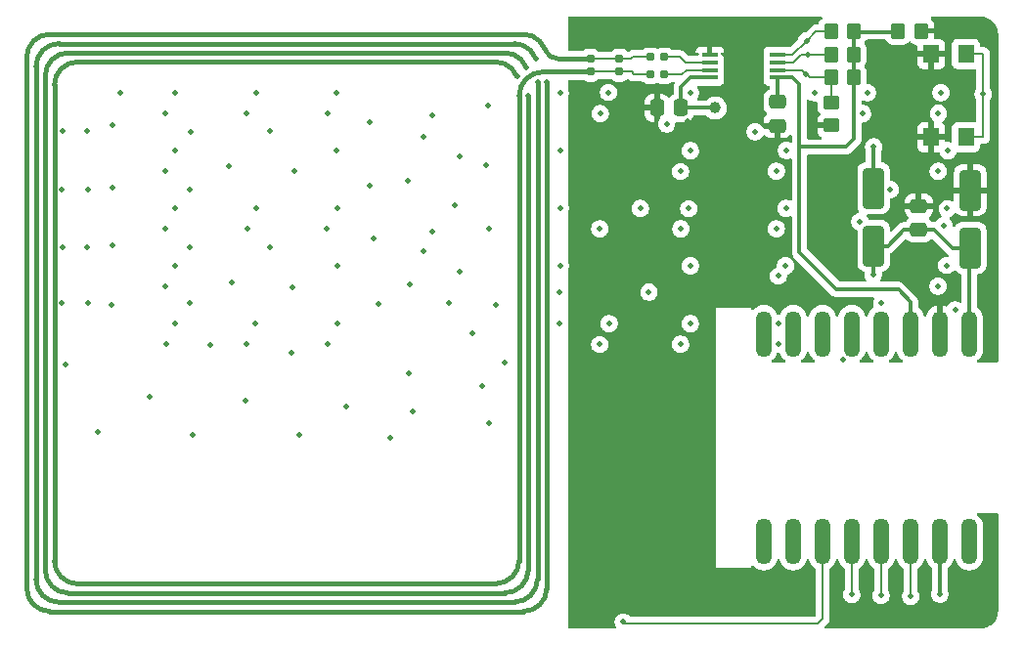
<source format=gbr>
%TF.GenerationSoftware,KiCad,Pcbnew,9.0.5*%
%TF.CreationDate,2025-11-23T18:29:56+02:00*%
%TF.ProjectId,Business_Card,42757369-6e65-4737-935f-436172642e6b,rev?*%
%TF.SameCoordinates,Original*%
%TF.FileFunction,Copper,L4,Bot*%
%TF.FilePolarity,Positive*%
%FSLAX46Y46*%
G04 Gerber Fmt 4.6, Leading zero omitted, Abs format (unit mm)*
G04 Created by KiCad (PCBNEW 9.0.5) date 2025-11-23 18:29:56*
%MOMM*%
%LPD*%
G01*
G04 APERTURE LIST*
G04 Aperture macros list*
%AMRoundRect*
0 Rectangle with rounded corners*
0 $1 Rounding radius*
0 $2 $3 $4 $5 $6 $7 $8 $9 X,Y pos of 4 corners*
0 Add a 4 corners polygon primitive as box body*
4,1,4,$2,$3,$4,$5,$6,$7,$8,$9,$2,$3,0*
0 Add four circle primitives for the rounded corners*
1,1,$1+$1,$2,$3*
1,1,$1+$1,$4,$5*
1,1,$1+$1,$6,$7*
1,1,$1+$1,$8,$9*
0 Add four rect primitives between the rounded corners*
20,1,$1+$1,$2,$3,$4,$5,0*
20,1,$1+$1,$4,$5,$6,$7,0*
20,1,$1+$1,$6,$7,$8,$9,0*
20,1,$1+$1,$8,$9,$2,$3,0*%
G04 Aperture macros list end*
%TA.AperFunction,Conductor*%
%ADD10C,0.400000*%
%TD*%
%TA.AperFunction,SMDPad,CuDef*%
%ADD11R,1.400000X1.600000*%
%TD*%
%TA.AperFunction,SMDPad,CuDef*%
%ADD12RoundRect,0.250000X0.650000X-1.500000X0.650000X1.500000X-0.650000X1.500000X-0.650000X-1.500000X0*%
%TD*%
%TA.AperFunction,SMDPad,CuDef*%
%ADD13O,1.350000X4.000000*%
%TD*%
%TA.AperFunction,SMDPad,CuDef*%
%ADD14RoundRect,0.155000X-0.155000X0.212500X-0.155000X-0.212500X0.155000X-0.212500X0.155000X0.212500X0*%
%TD*%
%TA.AperFunction,SMDPad,CuDef*%
%ADD15RoundRect,0.250000X0.475000X-0.337500X0.475000X0.337500X-0.475000X0.337500X-0.475000X-0.337500X0*%
%TD*%
%TA.AperFunction,SMDPad,CuDef*%
%ADD16C,1.000000*%
%TD*%
%TA.AperFunction,SMDPad,CuDef*%
%ADD17RoundRect,0.160000X0.197500X0.160000X-0.197500X0.160000X-0.197500X-0.160000X0.197500X-0.160000X0*%
%TD*%
%TA.AperFunction,SMDPad,CuDef*%
%ADD18RoundRect,0.250000X-0.350000X-0.450000X0.350000X-0.450000X0.350000X0.450000X-0.350000X0.450000X0*%
%TD*%
%TA.AperFunction,SMDPad,CuDef*%
%ADD19RoundRect,0.250000X0.337500X0.475000X-0.337500X0.475000X-0.337500X-0.475000X0.337500X-0.475000X0*%
%TD*%
%TA.AperFunction,SMDPad,CuDef*%
%ADD20RoundRect,0.250000X-0.450000X0.350000X-0.450000X-0.350000X0.450000X-0.350000X0.450000X0.350000X0*%
%TD*%
%TA.AperFunction,SMDPad,CuDef*%
%ADD21RoundRect,0.250000X-0.650000X1.500000X-0.650000X-1.500000X0.650000X-1.500000X0.650000X1.500000X0*%
%TD*%
%TA.AperFunction,SMDPad,CuDef*%
%ADD22RoundRect,0.250000X0.350000X0.450000X-0.350000X0.450000X-0.350000X-0.450000X0.350000X-0.450000X0*%
%TD*%
%TA.AperFunction,SMDPad,CuDef*%
%ADD23RoundRect,0.250000X-0.475000X0.337500X-0.475000X-0.337500X0.475000X-0.337500X0.475000X0.337500X0*%
%TD*%
%TA.AperFunction,SMDPad,CuDef*%
%ADD24R,1.475000X0.450000*%
%TD*%
%TA.AperFunction,ViaPad*%
%ADD25C,0.500000*%
%TD*%
%TA.AperFunction,Conductor*%
%ADD26C,0.300000*%
%TD*%
%TA.AperFunction,Conductor*%
%ADD27C,0.200000*%
%TD*%
G04 APERTURE END LIST*
D10*
%TO.N,/ANTENNA*%
X126380212Y-137040000D02*
G75*
G02*
X124370212Y-139030012I-2000012J10000D01*
G01*
X121970393Y-91440000D02*
X85770417Y-91440002D01*
X126288360Y-90482212D02*
X126206549Y-90307913D01*
X127369213Y-91158727D02*
X128820415Y-91158727D01*
X84190415Y-89840000D02*
X123590415Y-89840000D01*
X85750418Y-136649796D02*
G75*
G02*
X83760404Y-134639796I9982J1999996D01*
G01*
X123980205Y-134640000D02*
X123980212Y-94379999D01*
X123570399Y-89840000D02*
G75*
G02*
X124959052Y-90419285I-9899J-1977800D01*
G01*
X121970393Y-91440000D02*
G75*
G02*
X123359049Y-92019282I-9893J-1977800D01*
G01*
X124780209Y-135440000D02*
G75*
G02*
X122770209Y-137430009I-2000009J10000D01*
G01*
X126380212Y-93189999D02*
X126380212Y-137040000D01*
X127335190Y-91158727D02*
G75*
G02*
X126288335Y-90482191I17010J1174527D01*
G01*
X82160417Y-91829999D02*
X82160420Y-136239796D01*
X124159056Y-91219298D02*
G75*
G02*
X124606532Y-91907917I-1398556J-1398502D01*
G01*
X83760417Y-93430002D02*
G75*
G02*
X85770417Y-91440017I1999983J-9998D01*
G01*
X126090415Y-92289999D02*
X129120415Y-92289999D01*
X122770393Y-90640001D02*
X84970417Y-90640002D01*
X82160417Y-91829999D02*
G75*
G02*
X84170417Y-89840017I1999983J-10001D01*
G01*
X123980205Y-134640000D02*
G75*
G02*
X121970205Y-136630005I-2000005J10000D01*
G01*
X83760417Y-93449796D02*
X83760418Y-134639796D01*
X124959062Y-90419298D02*
G75*
G02*
X125406536Y-91107917I-1398562J-1398502D01*
G01*
X125580209Y-136240000D02*
G75*
G02*
X123570209Y-138230009I-2000009J10000D01*
G01*
X124780208Y-135440000D02*
X124780415Y-94379999D01*
X123980212Y-94379999D02*
G75*
G02*
X126073112Y-92287112I2092888J-1D01*
G01*
X125759078Y-89619298D02*
G75*
G02*
X126206549Y-90307918I-1398578J-1398502D01*
G01*
X83370415Y-89040000D02*
X124370415Y-89040000D01*
X81360415Y-91029999D02*
G75*
G02*
X83370415Y-89040015I1999985J-10001D01*
G01*
X124370212Y-139029999D02*
X83370212Y-139029999D01*
X124370415Y-89040000D02*
G75*
G02*
X125759060Y-89619293I-9915J-1977800D01*
G01*
X122770393Y-90640000D02*
G75*
G02*
X124159049Y-91219282I-9893J-1977800D01*
G01*
X84150415Y-138249796D02*
G75*
G02*
X82160404Y-136239796I9985J1999996D01*
G01*
X81360415Y-137029999D02*
X81360415Y-91029999D01*
X84950418Y-137449796D02*
G75*
G02*
X82960404Y-135439796I9982J1999996D01*
G01*
X82960417Y-92649796D02*
X82960418Y-135440002D01*
X84950618Y-137449796D02*
X122770209Y-137430000D01*
X123359056Y-92019298D02*
G75*
G02*
X123806532Y-92707917I-1398556J-1398502D01*
G01*
X82960417Y-92630002D02*
G75*
G02*
X84970417Y-90640017I1999983J-9998D01*
G01*
X85750418Y-136649796D02*
X121970205Y-136630000D01*
X125580209Y-136219999D02*
X125580209Y-93210000D01*
X130130415Y-91158727D02*
X128820415Y-91158727D01*
X84150415Y-138249796D02*
X123570209Y-138230000D01*
X83350415Y-139029999D02*
G75*
G02*
X81360401Y-137019999I9985J1999999D01*
G01*
%TD*%
D11*
%TO.P,S1,1*%
%TO.N,GND*%
X159660415Y-97942499D03*
%TO.P,S1,2*%
X159660415Y-90742499D03*
%TO.P,S1,3*%
%TO.N,/BTN*%
X162660415Y-97942499D03*
%TO.P,S1,4*%
X162660415Y-90742499D03*
%TD*%
D12*
%TO.P,DZ1,1,A1*%
%TO.N,+5V*%
X163040415Y-107549999D03*
%TO.P,DZ1,2,A2*%
%TO.N,GND*%
X163040415Y-102549999D03*
%TD*%
D13*
%TO.P,U1,0,GPIO0*%
%TO.N,unconnected-(U1-GPIO0-Pad0)*%
X145175477Y-114994076D03*
%TO.P,U1,1,GPIO1*%
%TO.N,unconnected-(U1-GPIO1-Pad1)*%
X147715477Y-114994076D03*
%TO.P,U1,2,GPIO2*%
%TO.N,unconnected-(U1-GPIO2-Pad2)*%
X150255477Y-114994076D03*
%TO.P,U1,3,GPIO3*%
%TO.N,unconnected-(U1-GPIO3-Pad3)*%
X152795477Y-114994076D03*
%TO.P,U1,3.3,3V3*%
%TO.N,+3V3*%
X157875477Y-114994076D03*
%TO.P,U1,4,GPIO4*%
%TO.N,unconnected-(U1-GPIO4-Pad4)*%
X155335477Y-114994076D03*
%TO.P,U1,5,GPIO5*%
%TO.N,unconnected-(U1-GPIO5-Pad5)*%
X162955477Y-132994076D03*
%TO.P,U1,5V,5V*%
%TO.N,+5V*%
X162955477Y-114994076D03*
%TO.P,U1,6,GPIO6*%
%TO.N,/BTN*%
X160415477Y-132994076D03*
%TO.P,U1,7,GPIO7*%
%TO.N,/INT*%
X157875477Y-132994076D03*
%TO.P,U1,8,GPIO8*%
%TO.N,/SDA*%
X155335477Y-132994076D03*
%TO.P,U1,9,GPIO9*%
%TO.N,/SCL*%
X152795477Y-132994076D03*
%TO.P,U1,10,GPIO10*%
%TO.N,/LED*%
X150255477Y-132994076D03*
%TO.P,U1,20,GPIO20*%
%TO.N,unconnected-(U1-GPIO20-Pad20)*%
X147715477Y-132994076D03*
%TO.P,U1,21,GPIO21*%
%TO.N,unconnected-(U1-GPIO21-Pad21)*%
X145175477Y-132994076D03*
%TO.P,U1,G,GND*%
%TO.N,GND*%
X160415477Y-114994076D03*
%TD*%
D14*
%TO.P,C5,1*%
%TO.N,/ANTENNA*%
X132660415Y-91152499D03*
%TO.P,C5,2*%
X132660415Y-92287499D03*
%TD*%
D15*
%TO.P,C1,1*%
%TO.N,+5V*%
X158580415Y-105977499D03*
%TO.P,C1,2*%
%TO.N,GND*%
X158580415Y-103902499D03*
%TD*%
D16*
%TO.P,TP1,1,1*%
%TO.N,/EVH*%
X140960415Y-95419999D03*
%TD*%
D17*
%TO.P,R5,1*%
%TO.N,Net-(IC1-AC1)*%
X136557915Y-91019999D03*
%TO.P,R5,2*%
%TO.N,/ANTENNA*%
X135362915Y-91019999D03*
%TD*%
D18*
%TO.P,R7,1*%
%TO.N,+3V3*%
X156807024Y-88738178D03*
%TO.P,R7,2*%
%TO.N,GND*%
X158807024Y-88738178D03*
%TD*%
D19*
%TO.P,C3,1*%
%TO.N,/EVH*%
X137997915Y-95419999D03*
%TO.P,C3,2*%
%TO.N,GND*%
X135922915Y-95419999D03*
%TD*%
D20*
%TO.P,R4,1*%
%TO.N,/INT*%
X150998987Y-94939082D03*
%TO.P,R4,2*%
%TO.N,GND*%
X150998987Y-96939082D03*
%TD*%
D21*
%TO.P,D50,1,K*%
%TO.N,/LED1_PWR*%
X154670415Y-102372499D03*
%TO.P,D50,2,A*%
%TO.N,+5V*%
X154670415Y-107372499D03*
%TD*%
D17*
%TO.P,R6,1*%
%TO.N,Net-(IC1-AC0)*%
X136557915Y-92519999D03*
%TO.P,R6,2*%
%TO.N,/ANTENNA*%
X135362915Y-92519999D03*
%TD*%
D22*
%TO.P,R3,1*%
%TO.N,+3V3*%
X152984064Y-92800825D03*
%TO.P,R3,2*%
%TO.N,/INT*%
X150984064Y-92800825D03*
%TD*%
D23*
%TO.P,C2,1*%
%TO.N,+3V3*%
X146360415Y-94882499D03*
%TO.P,C2,2*%
%TO.N,GND*%
X146360415Y-96957499D03*
%TD*%
D22*
%TO.P,R1,1*%
%TO.N,+3V3*%
X152984064Y-88800825D03*
%TO.P,R1,2*%
%TO.N,/SDA*%
X150984064Y-88800825D03*
%TD*%
D14*
%TO.P,C4,1*%
%TO.N,/ANTENNA*%
X130160415Y-91152499D03*
%TO.P,C4,2*%
X130160415Y-92287499D03*
%TD*%
D24*
%TO.P,IC1,1,V_EH*%
%TO.N,/EVH*%
X140500415Y-92789999D03*
%TO.P,IC1,2,AC0*%
%TO.N,Net-(IC1-AC0)*%
X140500415Y-92139999D03*
%TO.P,IC1,3,AC1*%
%TO.N,Net-(IC1-AC1)*%
X140500415Y-91489999D03*
%TO.P,IC1,4,VSS*%
%TO.N,GND*%
X140500415Y-90839999D03*
%TO.P,IC1,5,SDA*%
%TO.N,/SDA*%
X146376415Y-90839999D03*
%TO.P,IC1,6,SCL*%
%TO.N,/SCL*%
X146376415Y-91489999D03*
%TO.P,IC1,7,GPO_(OPEN_DRAIN)*%
%TO.N,/INT*%
X146376415Y-92139999D03*
%TO.P,IC1,8,VCC*%
%TO.N,+3V3*%
X146376415Y-92789999D03*
%TD*%
D22*
%TO.P,R2,1*%
%TO.N,+3V3*%
X152984064Y-90800825D03*
%TO.P,R2,2*%
%TO.N,/SCL*%
X150984064Y-90800825D03*
%TD*%
D25*
%TO.N,+5V*%
X154630000Y-109860000D03*
%TO.N,GND*%
X87540000Y-123470000D03*
X130270000Y-128380000D03*
X146400000Y-117154076D03*
X138390000Y-138620000D03*
X144090000Y-88770000D03*
X155250000Y-97550000D03*
X112810000Y-124010000D03*
X144730000Y-107540000D03*
X149400000Y-107350000D03*
X95460000Y-107450000D03*
X102420000Y-97430000D03*
X130100000Y-122320000D03*
X137190000Y-97940000D03*
X158910000Y-107514076D03*
X134160000Y-100180000D03*
X151810000Y-102370000D03*
X156670000Y-117104076D03*
X120810000Y-119480000D03*
X149800000Y-111430000D03*
X111410000Y-106720000D03*
X104290000Y-116650000D03*
X95700000Y-123720000D03*
X135560000Y-125230000D03*
X149360000Y-96930000D03*
X88720000Y-112450000D03*
X114320000Y-101720000D03*
X104980000Y-123720000D03*
X149170000Y-117154076D03*
X153860000Y-117144076D03*
X164880000Y-100110000D03*
X109060000Y-121330000D03*
X137600000Y-88590000D03*
X119940000Y-114970000D03*
X141980000Y-108720000D03*
X92030000Y-120420000D03*
X135190000Y-118830000D03*
X95520000Y-97500000D03*
X164470000Y-135990000D03*
X88790000Y-96940000D03*
X98860000Y-100480000D03*
X102460000Y-107470000D03*
X141990000Y-102500000D03*
X129810000Y-100090000D03*
X118870000Y-109570000D03*
X135560000Y-133580000D03*
X99130000Y-110550000D03*
X95460000Y-102510000D03*
X88750000Y-107340000D03*
X100320000Y-120750000D03*
X165050000Y-107600000D03*
X164140000Y-105044076D03*
X118410000Y-103860000D03*
X130640000Y-88590000D03*
X129990000Y-137750000D03*
X144940000Y-102520000D03*
X111080000Y-102150000D03*
X111820000Y-112410000D03*
X133980000Y-108160000D03*
X127500000Y-111379000D03*
X133010000Y-118150000D03*
X152100000Y-108840000D03*
X95440000Y-112330000D03*
X164340000Y-112150000D03*
X111080000Y-96660000D03*
X162950000Y-139290000D03*
X164260000Y-88560000D03*
X164960000Y-116924076D03*
X146330000Y-136340000D03*
X118870000Y-99590000D03*
X150040000Y-99990000D03*
X138562422Y-96561470D03*
X114750000Y-121740000D03*
X97270000Y-115940000D03*
X160910000Y-102550000D03*
X121350000Y-122690000D03*
X88770000Y-102300000D03*
%TO.N,/LED*%
X133000000Y-139950000D03*
X117870000Y-112290000D03*
%TO.N,Net-(D1-DOUT)*%
X114480000Y-118440000D03*
X89490000Y-94120000D03*
%TO.N,Net-(D2-DOUT)*%
X86590000Y-97450000D03*
X84510000Y-97450000D03*
%TO.N,Net-(D3-DOUT)*%
X84410418Y-102470000D03*
X86690000Y-102500000D03*
%TO.N,Net-(D4-DOUT)*%
X84500000Y-107460000D03*
X86580000Y-107460000D03*
%TO.N,Net-(D5-DOUT)*%
X84410418Y-112350000D03*
X86690000Y-112350000D03*
%TO.N,Net-(D6-DOUT)*%
X94190000Y-114130000D03*
X84720000Y-117660000D03*
%TO.N,Net-(D7-DOUT)*%
X93409501Y-115888712D03*
X94190000Y-109100000D03*
%TO.N,Net-(D8-DOUT)*%
X94230000Y-104130000D03*
X93370000Y-110890000D03*
%TO.N,Net-(D10-DIN)*%
X93370000Y-105900000D03*
X94190000Y-99100000D03*
%TO.N,Net-(D10-DOUT)*%
X93370000Y-100890000D03*
X94220000Y-94110000D03*
%TO.N,Net-(D11-DOUT)*%
X101220000Y-94110000D03*
X93360000Y-95900000D03*
%TO.N,Net-(D12-DOUT)*%
X100350000Y-95900000D03*
X108200000Y-94110000D03*
%TO.N,Net-(D13-DOUT)*%
X108200000Y-99110000D03*
X107400000Y-95880000D03*
%TO.N,Net-(D14-DOUT)*%
X104540000Y-100900000D03*
X101230000Y-104080000D03*
%TO.N,Net-(D15-DOUT)*%
X108220000Y-104120000D03*
X100430000Y-105890000D03*
%TO.N,Net-(D16-DOUT)*%
X107360000Y-105880000D03*
X108220000Y-109120000D03*
%TO.N,Net-(D17-DOUT)*%
X101170000Y-114080000D03*
X104360000Y-110930000D03*
%TO.N,Net-(D18-DOUT)*%
X100370000Y-115890000D03*
X108220000Y-114110000D03*
%TO.N,Net-(D19-DOUT)*%
X107420000Y-115890000D03*
X116460000Y-106110000D03*
%TO.N,Net-(D20-DOUT)*%
X116460000Y-96100000D03*
X115720000Y-107870000D03*
%TO.N,Net-(D21-DOUT)*%
X127520000Y-114110000D03*
X115670000Y-97900000D03*
%TO.N,Net-(D22-DOUT)*%
X122770000Y-117460000D03*
X127550000Y-109100000D03*
%TO.N,Net-(D23-DOUT)*%
X121980000Y-112460000D03*
X127550000Y-104090000D03*
%TO.N,Net-(D24-DOUT)*%
X127530000Y-99090000D03*
X121400000Y-105880000D03*
%TO.N,Net-(D25-DOUT)*%
X121100000Y-100400000D03*
X127550000Y-94130000D03*
%TO.N,Net-(D26-DOUT)*%
X131720000Y-94080000D03*
X121270000Y-95190000D03*
%TO.N,Net-(D27-DOUT)*%
X131010000Y-95910000D03*
X138820000Y-94100000D03*
%TO.N,Net-(D28-DOUT)*%
X136760000Y-96810000D03*
X138820000Y-99130000D03*
%TO.N,Net-(D29-DOUT)*%
X137960000Y-100920000D03*
X134490000Y-104130000D03*
%TO.N,Net-(D30-DOUT)*%
X138670000Y-104140000D03*
X130970000Y-105890000D03*
%TO.N,Net-(D31-DOUT)*%
X138820000Y-109100000D03*
X137980000Y-105900000D03*
%TO.N,Net-(D32-DOUT)*%
X131780000Y-114100000D03*
X135220000Y-111380000D03*
%TO.N,Net-(D33-DOUT)*%
X138820000Y-114110000D03*
X130970000Y-115910000D03*
%TO.N,Net-(D34-DOUT)*%
X146460000Y-114080000D03*
X137970000Y-115890000D03*
%TO.N,Net-(D35-DOUT)*%
X146440000Y-115870000D03*
X147060000Y-109100000D03*
%TO.N,Net-(D36-DOUT)*%
X146430000Y-109979000D03*
X147080000Y-104110000D03*
%TO.N,Net-(D37-DOUT)*%
X146250000Y-105890000D03*
X147130000Y-99100000D03*
%TO.N,Net-(D38-DOUT)*%
X146250000Y-100890000D03*
X149550000Y-94110000D03*
%TO.N,Net-(D39-DOUT)*%
X144420000Y-97480000D03*
X154130000Y-94100000D03*
%TO.N,Net-(D40-DOUT)*%
X160510000Y-94100000D03*
X153720000Y-95910000D03*
%TO.N,Net-(D41-DOUT)*%
X160280000Y-95890000D03*
X161120000Y-99130000D03*
%TO.N,Net-(D42-DOUT)*%
X156120415Y-102490000D03*
X160260000Y-100900000D03*
%TO.N,Net-(D43-DOUT)*%
X153490000Y-105260000D03*
X161040000Y-104140000D03*
%TO.N,Net-(D44-DOUT)*%
X161000000Y-109060000D03*
X160760000Y-105590000D03*
%TO.N,/INT*%
X157880415Y-137719999D03*
X148840415Y-92499999D03*
%TO.N,/SCL*%
X152790415Y-137559999D03*
X148970415Y-90800825D03*
%TO.N,/SDA*%
X155310415Y-137659999D03*
X148870415Y-89599999D03*
%TO.N,/ANTENNA*%
X126381875Y-93192973D03*
X124606541Y-91907913D03*
X123806541Y-92707913D03*
X125406547Y-91107913D03*
X125580209Y-93210000D03*
X124780415Y-94379999D03*
%TO.N,/LED1_PWR*%
X154670415Y-98789999D03*
X114500000Y-110680000D03*
%TO.N,/BTN*%
X160410415Y-137539999D03*
X164160415Y-94229999D03*
%TO.N,Net-(D45-DOUT)*%
X160270000Y-110860000D03*
X155370000Y-112320000D03*
%TO.N,Net-(D46-DOUT)*%
X161730000Y-112920000D03*
X152060000Y-117204076D03*
%TD*%
D26*
%TO.N,+5V*%
X162961805Y-107628609D02*
X163040415Y-107549999D01*
X162961805Y-115019999D02*
X162961805Y-107628609D01*
X154670415Y-107372499D02*
X154670415Y-109819585D01*
X158580415Y-105977499D02*
X157312915Y-105977499D01*
X155917915Y-107372499D02*
X154670415Y-107372499D01*
X157312915Y-105977499D02*
X155917915Y-107372499D01*
X159917915Y-105977499D02*
X158580415Y-105977499D01*
X163040415Y-107549999D02*
X161490415Y-107549999D01*
X161490415Y-107549999D02*
X159917915Y-105977499D01*
X154670415Y-109819585D02*
X154630000Y-109860000D01*
D27*
%TO.N,GND*%
X160580415Y-88839999D02*
X161160415Y-89419999D01*
X159660415Y-97942499D02*
X161360000Y-97942499D01*
X158810415Y-88839999D02*
X160580415Y-88839999D01*
X161360000Y-97942499D02*
X161360000Y-90942084D01*
X159660415Y-90742499D02*
X161160415Y-90742499D01*
X161360000Y-90942084D02*
X161160415Y-90742499D01*
X161160415Y-89419999D02*
X161160415Y-90742499D01*
%TO.N,/LED*%
X150261805Y-139658195D02*
X149840000Y-140080000D01*
X133130000Y-140080000D02*
X133000000Y-139950000D01*
X149840000Y-140080000D02*
X133130000Y-140080000D01*
X150261805Y-133019999D02*
X150261805Y-139658195D01*
%TO.N,Net-(IC1-AC0)*%
X138070415Y-92519999D02*
X136557915Y-92519999D01*
X140500415Y-92139999D02*
X138450415Y-92139999D01*
X138450415Y-92139999D02*
X138070415Y-92519999D01*
%TO.N,/INT*%
X150984064Y-94924159D02*
X150998987Y-94939082D01*
X148840415Y-92499999D02*
X149141241Y-92800825D01*
X148480415Y-92139999D02*
X148840415Y-92499999D01*
X157881805Y-137718609D02*
X157880415Y-137719999D01*
X149141241Y-92800825D02*
X150984064Y-92800825D01*
X150998987Y-92815748D02*
X150984064Y-92800825D01*
X146376415Y-92139999D02*
X148480415Y-92139999D01*
X157881805Y-133019999D02*
X157881805Y-137718609D01*
X150998987Y-94939082D02*
X150998987Y-92815748D01*
%TO.N,/SCL*%
X152801805Y-133019999D02*
X152801805Y-137548609D01*
X147730415Y-91489999D02*
X148419589Y-90800825D01*
X146376415Y-91489999D02*
X147730415Y-91489999D01*
X148970415Y-90800825D02*
X150984064Y-90800825D01*
X152801805Y-137548609D02*
X152790415Y-137559999D01*
X148419589Y-90800825D02*
X148970415Y-90800825D01*
%TO.N,/SDA*%
X149669589Y-88800825D02*
X150984064Y-88800825D01*
X147630415Y-90839999D02*
X148870415Y-89599999D01*
X155341805Y-137628609D02*
X155310415Y-137659999D01*
X155341805Y-133019999D02*
X155341805Y-137628609D01*
X146376415Y-90839999D02*
X147630415Y-90839999D01*
X148870415Y-89599999D02*
X149669589Y-88800825D01*
D26*
%TO.N,+3V3*%
X156810415Y-88839999D02*
X153023238Y-88839999D01*
X147660415Y-92789999D02*
X146376415Y-92789999D01*
X152984064Y-88800825D02*
X152984064Y-90800825D01*
X157880415Y-112189999D02*
X156820415Y-111129999D01*
X156820415Y-111129999D02*
X151460415Y-111129999D01*
X148260415Y-93389999D02*
X147660415Y-92789999D01*
X152984064Y-92800825D02*
X152984064Y-98116350D01*
X152984064Y-98116350D02*
X152300415Y-98799999D01*
X148260415Y-107929999D02*
X148260415Y-98799999D01*
X157881805Y-115019999D02*
X157880415Y-115018609D01*
X151460415Y-111129999D02*
X148260415Y-107929999D01*
X157880415Y-115018609D02*
X157880415Y-112189999D01*
X152984064Y-90800825D02*
X152984064Y-92800825D01*
X146360415Y-94882499D02*
X146360415Y-92805999D01*
X146360415Y-92805999D02*
X146376415Y-92789999D01*
X153023238Y-88839999D02*
X152984064Y-88800825D01*
X152300415Y-98799999D02*
X148260415Y-98799999D01*
X148260415Y-98799999D02*
X148260415Y-93389999D01*
D27*
%TO.N,Net-(IC1-AC1)*%
X140500415Y-91489999D02*
X138390415Y-91489999D01*
X138390415Y-91489999D02*
X137920415Y-91019999D01*
X137920415Y-91019999D02*
X136557915Y-91019999D01*
D26*
%TO.N,/EVH*%
X140500415Y-92789999D02*
X138850415Y-92789999D01*
X137997915Y-93642499D02*
X137997915Y-95419999D01*
X137997915Y-95419999D02*
X140960415Y-95419999D01*
X138850415Y-92789999D02*
X137997915Y-93642499D01*
D27*
%TO.N,/ANTENNA*%
X135362915Y-91019999D02*
X133810415Y-91019999D01*
D10*
X129102915Y-92287499D02*
X130160415Y-92287499D01*
D27*
X129000415Y-92389999D02*
X129102915Y-92287499D01*
X133677915Y-91152499D02*
X132660415Y-91152499D01*
X133950415Y-92519999D02*
X133717915Y-92287499D01*
X132660415Y-92287499D02*
X130160415Y-92287499D01*
X132660415Y-91152499D02*
X130160415Y-91152499D01*
X133717915Y-92287499D02*
X132660415Y-92287499D01*
X133810415Y-91019999D02*
X133677915Y-91152499D01*
X135362915Y-92519999D02*
X133950415Y-92519999D01*
D26*
%TO.N,/LED1_PWR*%
X154670415Y-102372499D02*
X154670415Y-98789999D01*
%TO.N,/BTN*%
X160421805Y-137528609D02*
X160410415Y-137539999D01*
D27*
X164160415Y-97942499D02*
X162660415Y-97942499D01*
X164160415Y-90742499D02*
X162660415Y-90742499D01*
D26*
X160421805Y-133019999D02*
X160421805Y-137528609D01*
D27*
X164160415Y-90742499D02*
X164160415Y-94229999D01*
X164160415Y-94229999D02*
X164160415Y-97942499D01*
%TD*%
%TA.AperFunction,Conductor*%
%TO.N,GND*%
G36*
X150180443Y-87540184D02*
G01*
X150226198Y-87592988D01*
X150236142Y-87662146D01*
X150207117Y-87725702D01*
X150178499Y-87750038D01*
X150165412Y-87758109D01*
X150165407Y-87758113D01*
X150041353Y-87882167D01*
X149949251Y-88031488D01*
X149949249Y-88031493D01*
X149921469Y-88115329D01*
X149907598Y-88135361D01*
X149897476Y-88157528D01*
X149888063Y-88163576D01*
X149881696Y-88172774D01*
X149859197Y-88182127D01*
X149838698Y-88195302D01*
X149821596Y-88197760D01*
X149817180Y-88199597D01*
X149803763Y-88200325D01*
X149756259Y-88200325D01*
X149756243Y-88200324D01*
X149748647Y-88200324D01*
X149590532Y-88200324D01*
X149527951Y-88217093D01*
X149437803Y-88241248D01*
X149437798Y-88241251D01*
X149300879Y-88320300D01*
X149300871Y-88320306D01*
X148792114Y-88829063D01*
X148730791Y-88862548D01*
X148728625Y-88862999D01*
X148651507Y-88878339D01*
X148651499Y-88878341D01*
X148514926Y-88934911D01*
X148514913Y-88934918D01*
X148391999Y-89017047D01*
X148391995Y-89017050D01*
X148287466Y-89121579D01*
X148287463Y-89121583D01*
X148205334Y-89244497D01*
X148205327Y-89244510D01*
X148148757Y-89381083D01*
X148148755Y-89381091D01*
X148133415Y-89458209D01*
X148101030Y-89520120D01*
X148099479Y-89521698D01*
X147480862Y-90140315D01*
X147419539Y-90173800D01*
X147349848Y-90168816D01*
X147221397Y-90120907D01*
X147221398Y-90120907D01*
X147161798Y-90114500D01*
X147161796Y-90114499D01*
X147161788Y-90114499D01*
X147161779Y-90114499D01*
X145591044Y-90114499D01*
X145591038Y-90114500D01*
X145531431Y-90120907D01*
X145396586Y-90171201D01*
X145396579Y-90171205D01*
X145281370Y-90257451D01*
X145281367Y-90257454D01*
X145195121Y-90372663D01*
X145195117Y-90372670D01*
X145144825Y-90507512D01*
X145144824Y-90507516D01*
X145138415Y-90567126D01*
X145138415Y-90567133D01*
X145138415Y-90567134D01*
X145138415Y-91112868D01*
X145138416Y-91112877D01*
X145142594Y-91151744D01*
X145142594Y-91178249D01*
X145138415Y-91217121D01*
X145138415Y-91762868D01*
X145138416Y-91762877D01*
X145142594Y-91801744D01*
X145142594Y-91828249D01*
X145138415Y-91867121D01*
X145138415Y-92412868D01*
X145138416Y-92412877D01*
X145142594Y-92451744D01*
X145142594Y-92478249D01*
X145138415Y-92517121D01*
X145138415Y-93062869D01*
X145138416Y-93062875D01*
X145144823Y-93122482D01*
X145195117Y-93257327D01*
X145195121Y-93257334D01*
X145281367Y-93372543D01*
X145281370Y-93372546D01*
X145396579Y-93458792D01*
X145396586Y-93458796D01*
X145531431Y-93509090D01*
X145591031Y-93515498D01*
X145591034Y-93515498D01*
X145591042Y-93515499D01*
X145591049Y-93515498D01*
X145592535Y-93515579D01*
X145592866Y-93515695D01*
X145594346Y-93515855D01*
X145594308Y-93516204D01*
X145597914Y-93517475D01*
X145603562Y-93516664D01*
X145630499Y-93528965D01*
X145658428Y-93538814D01*
X145661928Y-93543319D01*
X145667118Y-93545689D01*
X145683128Y-93570601D01*
X145701298Y-93593985D01*
X145702614Y-93600922D01*
X145704892Y-93604467D01*
X145709915Y-93639402D01*
X145709915Y-93722982D01*
X145690230Y-93790021D01*
X145637426Y-93835776D01*
X145624925Y-93840685D01*
X145579803Y-93855638D01*
X145566081Y-93860185D01*
X145566078Y-93860186D01*
X145416757Y-93952288D01*
X145292704Y-94076341D01*
X145200602Y-94225662D01*
X145200600Y-94225667D01*
X145191175Y-94254110D01*
X145145416Y-94392202D01*
X145145416Y-94392203D01*
X145145415Y-94392203D01*
X145134915Y-94494982D01*
X145134915Y-95270000D01*
X145134916Y-95270018D01*
X145145415Y-95372795D01*
X145145416Y-95372798D01*
X145198999Y-95534498D01*
X145200601Y-95539333D01*
X145292703Y-95688655D01*
X145416759Y-95812711D01*
X145420043Y-95814736D01*
X145420068Y-95814752D01*
X145421860Y-95816745D01*
X145422426Y-95817192D01*
X145422349Y-95817288D01*
X145466794Y-95866698D01*
X145478018Y-95935660D01*
X145450176Y-95999743D01*
X145420080Y-96025825D01*
X145417075Y-96027678D01*
X145417070Y-96027682D01*
X145293099Y-96151653D01*
X145201058Y-96300874D01*
X145201056Y-96300879D01*
X145145909Y-96467301D01*
X145145908Y-96467308D01*
X145135415Y-96570012D01*
X145135415Y-96707499D01*
X146236415Y-96707499D01*
X146303454Y-96727184D01*
X146349209Y-96779988D01*
X146360415Y-96831499D01*
X146360415Y-96957499D01*
X146486415Y-96957499D01*
X146553454Y-96977184D01*
X146599209Y-97029988D01*
X146610415Y-97081499D01*
X146610415Y-98044998D01*
X146885387Y-98044998D01*
X146885401Y-98044997D01*
X146988112Y-98034504D01*
X147154534Y-97979357D01*
X147154539Y-97979355D01*
X147303760Y-97887314D01*
X147398234Y-97792841D01*
X147459557Y-97759356D01*
X147529249Y-97764340D01*
X147585182Y-97806212D01*
X147609599Y-97871676D01*
X147609915Y-97880522D01*
X147609915Y-98300873D01*
X147590230Y-98367912D01*
X147537426Y-98413667D01*
X147468268Y-98423611D01*
X147438463Y-98415434D01*
X147348917Y-98378343D01*
X147348907Y-98378340D01*
X147203920Y-98349500D01*
X147203918Y-98349500D01*
X147056082Y-98349500D01*
X147056080Y-98349500D01*
X146911092Y-98378340D01*
X146911082Y-98378343D01*
X146774511Y-98434912D01*
X146774498Y-98434919D01*
X146651584Y-98517048D01*
X146651580Y-98517051D01*
X146547051Y-98621580D01*
X146547048Y-98621584D01*
X146464919Y-98744498D01*
X146464912Y-98744511D01*
X146408343Y-98881082D01*
X146408340Y-98881092D01*
X146379500Y-99026079D01*
X146379500Y-99026082D01*
X146379500Y-99173918D01*
X146379500Y-99173920D01*
X146379499Y-99173920D01*
X146408340Y-99318907D01*
X146408343Y-99318917D01*
X146464912Y-99455488D01*
X146464919Y-99455501D01*
X146547048Y-99578415D01*
X146547051Y-99578419D01*
X146651580Y-99682948D01*
X146651584Y-99682951D01*
X146774498Y-99765080D01*
X146774511Y-99765087D01*
X146911082Y-99821656D01*
X146911087Y-99821658D01*
X146911091Y-99821658D01*
X146911092Y-99821659D01*
X147056079Y-99850500D01*
X147056082Y-99850500D01*
X147203920Y-99850500D01*
X147301462Y-99831096D01*
X147348913Y-99821658D01*
X147438464Y-99784564D01*
X147507931Y-99777096D01*
X147570411Y-99808371D01*
X147606063Y-99868460D01*
X147609915Y-99899126D01*
X147609915Y-103331583D01*
X147590230Y-103398622D01*
X147537426Y-103444377D01*
X147468268Y-103454321D01*
X147438463Y-103446144D01*
X147298917Y-103388343D01*
X147298907Y-103388340D01*
X147153920Y-103359500D01*
X147153918Y-103359500D01*
X147006082Y-103359500D01*
X147006080Y-103359500D01*
X146861092Y-103388340D01*
X146861082Y-103388343D01*
X146724511Y-103444912D01*
X146724498Y-103444919D01*
X146601584Y-103527048D01*
X146601580Y-103527051D01*
X146497051Y-103631580D01*
X146497048Y-103631584D01*
X146414919Y-103754498D01*
X146414912Y-103754511D01*
X146358343Y-103891082D01*
X146358340Y-103891092D01*
X146329500Y-104036079D01*
X146329500Y-104036082D01*
X146329500Y-104183918D01*
X146329500Y-104183920D01*
X146329499Y-104183920D01*
X146358340Y-104328907D01*
X146358343Y-104328917D01*
X146414912Y-104465488D01*
X146414919Y-104465501D01*
X146497048Y-104588415D01*
X146497051Y-104588419D01*
X146601580Y-104692948D01*
X146601584Y-104692951D01*
X146724498Y-104775080D01*
X146724511Y-104775087D01*
X146861082Y-104831656D01*
X146861087Y-104831658D01*
X146861091Y-104831658D01*
X146861092Y-104831659D01*
X147006079Y-104860500D01*
X147006082Y-104860500D01*
X147153920Y-104860500D01*
X147254462Y-104840500D01*
X147298913Y-104831658D01*
X147435495Y-104775084D01*
X147435495Y-104775083D01*
X147438462Y-104773855D01*
X147507932Y-104766386D01*
X147570411Y-104797661D01*
X147606063Y-104857750D01*
X147609915Y-104888416D01*
X147609915Y-107994068D01*
X147609915Y-107994070D01*
X147609914Y-107994070D01*
X147634912Y-108119737D01*
X147634914Y-108119743D01*
X147683949Y-108238124D01*
X147755141Y-108344672D01*
X151045742Y-111635273D01*
X151134379Y-111694498D01*
X151134380Y-111694498D01*
X151134381Y-111694499D01*
X151152288Y-111706464D01*
X151270671Y-111755500D01*
X151270675Y-111755500D01*
X151270676Y-111755501D01*
X151396343Y-111780499D01*
X151396346Y-111780499D01*
X154596387Y-111780499D01*
X154663426Y-111800184D01*
X154709181Y-111852988D01*
X154719125Y-111922146D01*
X154707102Y-111958815D01*
X154707247Y-111958876D01*
X154706457Y-111960782D01*
X154705748Y-111962946D01*
X154704917Y-111964499D01*
X154648343Y-112101082D01*
X154648340Y-112101092D01*
X154619500Y-112246079D01*
X154619500Y-112246082D01*
X154619500Y-112393918D01*
X154619500Y-112393920D01*
X154619499Y-112393920D01*
X154648340Y-112538907D01*
X154648343Y-112538917D01*
X154667097Y-112584193D01*
X154674566Y-112653662D01*
X154643290Y-112716141D01*
X154625423Y-112731962D01*
X154569690Y-112772454D01*
X154438858Y-112903286D01*
X154438858Y-112903287D01*
X154438856Y-112903289D01*
X154408794Y-112944666D01*
X154330099Y-113052979D01*
X154246097Y-113217840D01*
X154246096Y-113217843D01*
X154188922Y-113393810D01*
X154187950Y-113399948D01*
X154158021Y-113463083D01*
X154098709Y-113500014D01*
X154028847Y-113499016D01*
X153970614Y-113460406D01*
X153943004Y-113399948D01*
X153942761Y-113398416D01*
X153942032Y-113393812D01*
X153909132Y-113292556D01*
X153884857Y-113217843D01*
X153884856Y-113217840D01*
X153800854Y-113052979D01*
X153692098Y-112903289D01*
X153561264Y-112772455D01*
X153411573Y-112663698D01*
X153246712Y-112579696D01*
X153246709Y-112579695D01*
X153070742Y-112522521D01*
X152979366Y-112508048D01*
X152887991Y-112493576D01*
X152702963Y-112493576D01*
X152642046Y-112503224D01*
X152520211Y-112522521D01*
X152344244Y-112579695D01*
X152344241Y-112579696D01*
X152179380Y-112663698D01*
X152117857Y-112708398D01*
X152029690Y-112772455D01*
X152029688Y-112772457D01*
X152029687Y-112772457D01*
X151898858Y-112903286D01*
X151898858Y-112903287D01*
X151898856Y-112903289D01*
X151868794Y-112944666D01*
X151790099Y-113052979D01*
X151706097Y-113217840D01*
X151706096Y-113217843D01*
X151648922Y-113393810D01*
X151647950Y-113399948D01*
X151618021Y-113463083D01*
X151558709Y-113500014D01*
X151488847Y-113499016D01*
X151430614Y-113460406D01*
X151403004Y-113399948D01*
X151402761Y-113398416D01*
X151402032Y-113393812D01*
X151369132Y-113292556D01*
X151344857Y-113217843D01*
X151344856Y-113217840D01*
X151260854Y-113052979D01*
X151152098Y-112903289D01*
X151021264Y-112772455D01*
X150871573Y-112663698D01*
X150706712Y-112579696D01*
X150706709Y-112579695D01*
X150530742Y-112522521D01*
X150439366Y-112508048D01*
X150347991Y-112493576D01*
X150162963Y-112493576D01*
X150102046Y-112503224D01*
X149980211Y-112522521D01*
X149804244Y-112579695D01*
X149804241Y-112579696D01*
X149639380Y-112663698D01*
X149577857Y-112708398D01*
X149489690Y-112772455D01*
X149489688Y-112772457D01*
X149489687Y-112772457D01*
X149358858Y-112903286D01*
X149358858Y-112903287D01*
X149358856Y-112903289D01*
X149328794Y-112944666D01*
X149250099Y-113052979D01*
X149166097Y-113217840D01*
X149166096Y-113217843D01*
X149108922Y-113393810D01*
X149107950Y-113399948D01*
X149078021Y-113463083D01*
X149018709Y-113500014D01*
X148948847Y-113499016D01*
X148890614Y-113460406D01*
X148863004Y-113399948D01*
X148862761Y-113398416D01*
X148862032Y-113393812D01*
X148829132Y-113292556D01*
X148804857Y-113217843D01*
X148804856Y-113217840D01*
X148720854Y-113052979D01*
X148612098Y-112903289D01*
X148481264Y-112772455D01*
X148331573Y-112663698D01*
X148166712Y-112579696D01*
X148166709Y-112579695D01*
X147990742Y-112522521D01*
X147899366Y-112508048D01*
X147807991Y-112493576D01*
X147622963Y-112493576D01*
X147562046Y-112503224D01*
X147440211Y-112522521D01*
X147264244Y-112579695D01*
X147264241Y-112579696D01*
X147099380Y-112663698D01*
X147037857Y-112708398D01*
X146949690Y-112772455D01*
X146949688Y-112772457D01*
X146949687Y-112772457D01*
X146818858Y-112903286D01*
X146818858Y-112903287D01*
X146818856Y-112903289D01*
X146788794Y-112944666D01*
X146710099Y-113052979D01*
X146626099Y-113217838D01*
X146626098Y-113217840D01*
X146626098Y-113217841D01*
X146617657Y-113243819D01*
X146603707Y-113264219D01*
X146593440Y-113286703D01*
X146584331Y-113292556D01*
X146578221Y-113301493D01*
X146555455Y-113311114D01*
X146534662Y-113324477D01*
X146518252Y-113326836D01*
X146513862Y-113328692D01*
X146499727Y-113329500D01*
X146391227Y-113329500D01*
X146324188Y-113309815D01*
X146278433Y-113257011D01*
X146273295Y-113243815D01*
X146264856Y-113217841D01*
X146264856Y-113217840D01*
X146180854Y-113052979D01*
X146072098Y-112903289D01*
X145941264Y-112772455D01*
X145791573Y-112663698D01*
X145626712Y-112579696D01*
X145626709Y-112579695D01*
X145450742Y-112522521D01*
X145359366Y-112508048D01*
X145267991Y-112493576D01*
X145082963Y-112493576D01*
X145022046Y-112503224D01*
X144900211Y-112522521D01*
X144724244Y-112579695D01*
X144724241Y-112579696D01*
X144559380Y-112663698D01*
X144497857Y-112708398D01*
X144409690Y-112772455D01*
X144409688Y-112772457D01*
X144409687Y-112772457D01*
X144278858Y-112903286D01*
X144275692Y-112906994D01*
X144274565Y-112906032D01*
X144224454Y-112944666D01*
X144154840Y-112950639D01*
X144093048Y-112918027D01*
X144058697Y-112857185D01*
X144055477Y-112829111D01*
X144055477Y-112745855D01*
X141055477Y-112745855D01*
X141055477Y-135245855D01*
X144055477Y-135245855D01*
X144055477Y-135159040D01*
X144075162Y-135092001D01*
X144127966Y-135046246D01*
X144197124Y-135036302D01*
X144260680Y-135065327D01*
X144275420Y-135081389D01*
X144275692Y-135081158D01*
X144278854Y-135084860D01*
X144278856Y-135084863D01*
X144409690Y-135215697D01*
X144559381Y-135324454D01*
X144625299Y-135358041D01*
X144724241Y-135408455D01*
X144724244Y-135408456D01*
X144812227Y-135437043D01*
X144900213Y-135465631D01*
X145082963Y-135494576D01*
X145082964Y-135494576D01*
X145267990Y-135494576D01*
X145267991Y-135494576D01*
X145450741Y-135465631D01*
X145626712Y-135408455D01*
X145791573Y-135324454D01*
X145941264Y-135215697D01*
X146072098Y-135084863D01*
X146180855Y-134935172D01*
X146264856Y-134770311D01*
X146322032Y-134594340D01*
X146323004Y-134588202D01*
X146352932Y-134525070D01*
X146412243Y-134488138D01*
X146482106Y-134489134D01*
X146540339Y-134527743D01*
X146567949Y-134588202D01*
X146568922Y-134594340D01*
X146568923Y-134594345D01*
X146626096Y-134770308D01*
X146626097Y-134770311D01*
X146710099Y-134935172D01*
X146818856Y-135084863D01*
X146949690Y-135215697D01*
X147099381Y-135324454D01*
X147165299Y-135358041D01*
X147264241Y-135408455D01*
X147264244Y-135408456D01*
X147352227Y-135437043D01*
X147440213Y-135465631D01*
X147622963Y-135494576D01*
X147622964Y-135494576D01*
X147807990Y-135494576D01*
X147807991Y-135494576D01*
X147990741Y-135465631D01*
X148166712Y-135408455D01*
X148331573Y-135324454D01*
X148481264Y-135215697D01*
X148612098Y-135084863D01*
X148720855Y-134935172D01*
X148804856Y-134770311D01*
X148862032Y-134594340D01*
X148863004Y-134588202D01*
X148892932Y-134525070D01*
X148952243Y-134488138D01*
X149022106Y-134489134D01*
X149080339Y-134527743D01*
X149107949Y-134588202D01*
X149108922Y-134594340D01*
X149108923Y-134594345D01*
X149166096Y-134770308D01*
X149166097Y-134770311D01*
X149250099Y-134935172D01*
X149358856Y-135084863D01*
X149489690Y-135215697D01*
X149610190Y-135303246D01*
X149652856Y-135358575D01*
X149661305Y-135403563D01*
X149661305Y-139355500D01*
X149641620Y-139422539D01*
X149588816Y-139468294D01*
X149537305Y-139479500D01*
X133642229Y-139479500D01*
X133575190Y-139459815D01*
X133554552Y-139443185D01*
X133478416Y-139367049D01*
X133478415Y-139367048D01*
X133478414Y-139367047D01*
X133355501Y-139284919D01*
X133355488Y-139284912D01*
X133218917Y-139228343D01*
X133218907Y-139228340D01*
X133073920Y-139199500D01*
X133073918Y-139199500D01*
X132926082Y-139199500D01*
X132926080Y-139199500D01*
X132781092Y-139228340D01*
X132781082Y-139228343D01*
X132644511Y-139284912D01*
X132644498Y-139284919D01*
X132521584Y-139367048D01*
X132521580Y-139367051D01*
X132417051Y-139471580D01*
X132417048Y-139471584D01*
X132334919Y-139594498D01*
X132334912Y-139594511D01*
X132278343Y-139731082D01*
X132278340Y-139731092D01*
X132249500Y-139876079D01*
X132249500Y-139876082D01*
X132249500Y-140023918D01*
X132249500Y-140023920D01*
X132249499Y-140023920D01*
X132278340Y-140168907D01*
X132278343Y-140168917D01*
X132334912Y-140305488D01*
X132334920Y-140305503D01*
X132349022Y-140326607D01*
X132369901Y-140393284D01*
X132351417Y-140460665D01*
X132299439Y-140507355D01*
X132245921Y-140519499D01*
X128334000Y-140519499D01*
X128266961Y-140499814D01*
X128221206Y-140447010D01*
X128210000Y-140395499D01*
X128210000Y-115983920D01*
X130219499Y-115983920D01*
X130248340Y-116128907D01*
X130248343Y-116128917D01*
X130304912Y-116265488D01*
X130304919Y-116265501D01*
X130387048Y-116388415D01*
X130387051Y-116388419D01*
X130491580Y-116492948D01*
X130491584Y-116492951D01*
X130614498Y-116575080D01*
X130614511Y-116575087D01*
X130751082Y-116631656D01*
X130751087Y-116631658D01*
X130751091Y-116631658D01*
X130751092Y-116631659D01*
X130896079Y-116660500D01*
X130896082Y-116660500D01*
X131043920Y-116660500D01*
X131152576Y-116638886D01*
X131188913Y-116631658D01*
X131325495Y-116575084D01*
X131448416Y-116492951D01*
X131552951Y-116388416D01*
X131635084Y-116265495D01*
X131691658Y-116128913D01*
X131720500Y-115983918D01*
X131720500Y-115963920D01*
X137219499Y-115963920D01*
X137248340Y-116108907D01*
X137248343Y-116108917D01*
X137304912Y-116245488D01*
X137304919Y-116245501D01*
X137387048Y-116368415D01*
X137387051Y-116368419D01*
X137491580Y-116472948D01*
X137491584Y-116472951D01*
X137614498Y-116555080D01*
X137614511Y-116555087D01*
X137743786Y-116608634D01*
X137751087Y-116611658D01*
X137751091Y-116611658D01*
X137751092Y-116611659D01*
X137896079Y-116640500D01*
X137896082Y-116640500D01*
X138043920Y-116640500D01*
X138144462Y-116620500D01*
X138188913Y-116611658D01*
X138325495Y-116555084D01*
X138448416Y-116472951D01*
X138552951Y-116368416D01*
X138635084Y-116245495D01*
X138691658Y-116108913D01*
X138701096Y-116061462D01*
X138720500Y-115963920D01*
X138720500Y-115816079D01*
X138691659Y-115671092D01*
X138691658Y-115671091D01*
X138691658Y-115671087D01*
X138643371Y-115554511D01*
X138635087Y-115534511D01*
X138635080Y-115534498D01*
X138552951Y-115411584D01*
X138552948Y-115411580D01*
X138448419Y-115307051D01*
X138448415Y-115307048D01*
X138325501Y-115224919D01*
X138325488Y-115224912D01*
X138188917Y-115168343D01*
X138188907Y-115168340D01*
X138043920Y-115139500D01*
X138043918Y-115139500D01*
X137896082Y-115139500D01*
X137896080Y-115139500D01*
X137751092Y-115168340D01*
X137751082Y-115168343D01*
X137614511Y-115224912D01*
X137614498Y-115224919D01*
X137491584Y-115307048D01*
X137491580Y-115307051D01*
X137387051Y-115411580D01*
X137387048Y-115411584D01*
X137304919Y-115534498D01*
X137304912Y-115534511D01*
X137248343Y-115671082D01*
X137248340Y-115671092D01*
X137219500Y-115816079D01*
X137219500Y-115816082D01*
X137219500Y-115963918D01*
X137219500Y-115963920D01*
X137219499Y-115963920D01*
X131720500Y-115963920D01*
X131720500Y-115836082D01*
X131720499Y-115836079D01*
X131720121Y-115834175D01*
X131720121Y-115834172D01*
X131691659Y-115691092D01*
X131691658Y-115691091D01*
X131691658Y-115691087D01*
X131683372Y-115671082D01*
X131635087Y-115554511D01*
X131635080Y-115554498D01*
X131552951Y-115431584D01*
X131552948Y-115431580D01*
X131448419Y-115327051D01*
X131448415Y-115327048D01*
X131325501Y-115244919D01*
X131325488Y-115244912D01*
X131188917Y-115188343D01*
X131188907Y-115188340D01*
X131043920Y-115159500D01*
X131043918Y-115159500D01*
X130896082Y-115159500D01*
X130896080Y-115159500D01*
X130751092Y-115188340D01*
X130751082Y-115188343D01*
X130614511Y-115244912D01*
X130614498Y-115244919D01*
X130491584Y-115327048D01*
X130491580Y-115327051D01*
X130387051Y-115431580D01*
X130387048Y-115431584D01*
X130304919Y-115554498D01*
X130304912Y-115554511D01*
X130248343Y-115691082D01*
X130248340Y-115691092D01*
X130219500Y-115836079D01*
X130219500Y-115836080D01*
X130219500Y-115836082D01*
X130219500Y-115983918D01*
X130219500Y-115983920D01*
X130219499Y-115983920D01*
X128210000Y-115983920D01*
X128210000Y-114430007D01*
X128219439Y-114382554D01*
X128241658Y-114328913D01*
X128270500Y-114183918D01*
X128270500Y-114173920D01*
X131029499Y-114173920D01*
X131058340Y-114318907D01*
X131058343Y-114318917D01*
X131114912Y-114455488D01*
X131114919Y-114455501D01*
X131197048Y-114578415D01*
X131197051Y-114578419D01*
X131301580Y-114682948D01*
X131301584Y-114682951D01*
X131424498Y-114765080D01*
X131424511Y-114765087D01*
X131561082Y-114821656D01*
X131561087Y-114821658D01*
X131561091Y-114821658D01*
X131561092Y-114821659D01*
X131706079Y-114850500D01*
X131706082Y-114850500D01*
X131853920Y-114850500D01*
X131989567Y-114823517D01*
X131998913Y-114821658D01*
X132111353Y-114775084D01*
X132135488Y-114765087D01*
X132135488Y-114765086D01*
X132135495Y-114765084D01*
X132258416Y-114682951D01*
X132362951Y-114578416D01*
X132445084Y-114455495D01*
X132501658Y-114318913D01*
X132511096Y-114271462D01*
X132528511Y-114183920D01*
X138069499Y-114183920D01*
X138098340Y-114328907D01*
X138098343Y-114328917D01*
X138154912Y-114465488D01*
X138154919Y-114465501D01*
X138237048Y-114588415D01*
X138237051Y-114588419D01*
X138341580Y-114692948D01*
X138341584Y-114692951D01*
X138464498Y-114775080D01*
X138464511Y-114775087D01*
X138576947Y-114821659D01*
X138601087Y-114831658D01*
X138601091Y-114831658D01*
X138601092Y-114831659D01*
X138746079Y-114860500D01*
X138746082Y-114860500D01*
X138893920Y-114860500D01*
X138991462Y-114841096D01*
X139038913Y-114831658D01*
X139175495Y-114775084D01*
X139298416Y-114692951D01*
X139402951Y-114588416D01*
X139485084Y-114465495D01*
X139541658Y-114328913D01*
X139570500Y-114183918D01*
X139570500Y-114036082D01*
X139570500Y-114036079D01*
X139541659Y-113891092D01*
X139541658Y-113891091D01*
X139541658Y-113891087D01*
X139508666Y-113811436D01*
X139485087Y-113754511D01*
X139485080Y-113754498D01*
X139402951Y-113631584D01*
X139402948Y-113631580D01*
X139298419Y-113527051D01*
X139298415Y-113527048D01*
X139175501Y-113444919D01*
X139175488Y-113444912D01*
X139038917Y-113388343D01*
X139038907Y-113388340D01*
X138893920Y-113359500D01*
X138893918Y-113359500D01*
X138746082Y-113359500D01*
X138746080Y-113359500D01*
X138601092Y-113388340D01*
X138601082Y-113388343D01*
X138464511Y-113444912D01*
X138464498Y-113444919D01*
X138341584Y-113527048D01*
X138341580Y-113527051D01*
X138237051Y-113631580D01*
X138237048Y-113631584D01*
X138154919Y-113754498D01*
X138154912Y-113754511D01*
X138098343Y-113891082D01*
X138098340Y-113891092D01*
X138069500Y-114036079D01*
X138069500Y-114036082D01*
X138069500Y-114183918D01*
X138069500Y-114183920D01*
X138069499Y-114183920D01*
X132528511Y-114183920D01*
X132530500Y-114173920D01*
X132530500Y-114026079D01*
X132501659Y-113881092D01*
X132501658Y-113881091D01*
X132501658Y-113881087D01*
X132472808Y-113811436D01*
X132445087Y-113744511D01*
X132445080Y-113744498D01*
X132362951Y-113621584D01*
X132362948Y-113621580D01*
X132258419Y-113517051D01*
X132258415Y-113517048D01*
X132135501Y-113434919D01*
X132135488Y-113434912D01*
X131998917Y-113378343D01*
X131998907Y-113378340D01*
X131853920Y-113349500D01*
X131853918Y-113349500D01*
X131706082Y-113349500D01*
X131706080Y-113349500D01*
X131561092Y-113378340D01*
X131561082Y-113378343D01*
X131424511Y-113434912D01*
X131424498Y-113434919D01*
X131301584Y-113517048D01*
X131301580Y-113517051D01*
X131197051Y-113621580D01*
X131197048Y-113621584D01*
X131114919Y-113744498D01*
X131114912Y-113744511D01*
X131058343Y-113881082D01*
X131058340Y-113881092D01*
X131029500Y-114026079D01*
X131029500Y-114026082D01*
X131029500Y-114173918D01*
X131029500Y-114173920D01*
X131029499Y-114173920D01*
X128270500Y-114173920D01*
X128270500Y-114036082D01*
X128241658Y-113891087D01*
X128216124Y-113829444D01*
X128213954Y-113821055D01*
X128214265Y-113811436D01*
X128210000Y-113789992D01*
X128210000Y-111453920D01*
X134469499Y-111453920D01*
X134498340Y-111598907D01*
X134498343Y-111598917D01*
X134554912Y-111735488D01*
X134554919Y-111735501D01*
X134637048Y-111858415D01*
X134637051Y-111858419D01*
X134741578Y-111962946D01*
X134741584Y-111962951D01*
X134864498Y-112045080D01*
X134864511Y-112045087D01*
X135001082Y-112101656D01*
X135001087Y-112101658D01*
X135001091Y-112101658D01*
X135001092Y-112101659D01*
X135146079Y-112130500D01*
X135146082Y-112130500D01*
X135293920Y-112130500D01*
X135391462Y-112111096D01*
X135438913Y-112101658D01*
X135575495Y-112045084D01*
X135698416Y-111962951D01*
X135698418Y-111962948D01*
X135698422Y-111962946D01*
X135802948Y-111858419D01*
X135802951Y-111858416D01*
X135885084Y-111735495D01*
X135941658Y-111598913D01*
X135970500Y-111453918D01*
X135970500Y-111306082D01*
X135970500Y-111306079D01*
X135941659Y-111161092D01*
X135941658Y-111161091D01*
X135941658Y-111161087D01*
X135907622Y-111078917D01*
X135885087Y-111024511D01*
X135885080Y-111024498D01*
X135802951Y-110901584D01*
X135802948Y-110901580D01*
X135698419Y-110797051D01*
X135698415Y-110797048D01*
X135575501Y-110714919D01*
X135575488Y-110714912D01*
X135438917Y-110658343D01*
X135438907Y-110658340D01*
X135293920Y-110629500D01*
X135293918Y-110629500D01*
X135146082Y-110629500D01*
X135146080Y-110629500D01*
X135001092Y-110658340D01*
X135001082Y-110658343D01*
X134864511Y-110714912D01*
X134864498Y-110714919D01*
X134741584Y-110797048D01*
X134741580Y-110797051D01*
X134637051Y-110901580D01*
X134637048Y-110901584D01*
X134554919Y-111024498D01*
X134554912Y-111024511D01*
X134498343Y-111161082D01*
X134498340Y-111161092D01*
X134469500Y-111306079D01*
X134469500Y-111306082D01*
X134469500Y-111453918D01*
X134469500Y-111453920D01*
X134469499Y-111453920D01*
X128210000Y-111453920D01*
X128210000Y-110052920D01*
X145679499Y-110052920D01*
X145708340Y-110197907D01*
X145708343Y-110197917D01*
X145764912Y-110334488D01*
X145764919Y-110334501D01*
X145847048Y-110457415D01*
X145847051Y-110457419D01*
X145951580Y-110561948D01*
X145951584Y-110561951D01*
X146074498Y-110644080D01*
X146074511Y-110644087D01*
X146211082Y-110700656D01*
X146211087Y-110700658D01*
X146211091Y-110700658D01*
X146211092Y-110700659D01*
X146356079Y-110729500D01*
X146356082Y-110729500D01*
X146503920Y-110729500D01*
X146601462Y-110710096D01*
X146648913Y-110700658D01*
X146785495Y-110644084D01*
X146908416Y-110561951D01*
X147012951Y-110457416D01*
X147095084Y-110334495D01*
X147151658Y-110197913D01*
X147161096Y-110150462D01*
X147180500Y-110052920D01*
X147180500Y-109942997D01*
X147200185Y-109875958D01*
X147252989Y-109830203D01*
X147273160Y-109823689D01*
X147273081Y-109823427D01*
X147278905Y-109821659D01*
X147278913Y-109821658D01*
X147415495Y-109765084D01*
X147538416Y-109682951D01*
X147642951Y-109578416D01*
X147725084Y-109455495D01*
X147729440Y-109444980D01*
X147741650Y-109415501D01*
X147781658Y-109318913D01*
X147806936Y-109191835D01*
X147810500Y-109173920D01*
X147810500Y-109026079D01*
X147781659Y-108881092D01*
X147781658Y-108881091D01*
X147781658Y-108881087D01*
X147765092Y-108841092D01*
X147725087Y-108744511D01*
X147725080Y-108744498D01*
X147642951Y-108621584D01*
X147642948Y-108621580D01*
X147538419Y-108517051D01*
X147538415Y-108517048D01*
X147415501Y-108434919D01*
X147415488Y-108434912D01*
X147278917Y-108378343D01*
X147278907Y-108378340D01*
X147133920Y-108349500D01*
X147133918Y-108349500D01*
X146986082Y-108349500D01*
X146986080Y-108349500D01*
X146841092Y-108378340D01*
X146841082Y-108378343D01*
X146704511Y-108434912D01*
X146704498Y-108434919D01*
X146581584Y-108517048D01*
X146581580Y-108517051D01*
X146477051Y-108621580D01*
X146477048Y-108621584D01*
X146394919Y-108744498D01*
X146394912Y-108744511D01*
X146338343Y-108881082D01*
X146338340Y-108881092D01*
X146309500Y-109026079D01*
X146309500Y-109136001D01*
X146289815Y-109203040D01*
X146237011Y-109248795D01*
X146216841Y-109255310D01*
X146216921Y-109255572D01*
X146211084Y-109257342D01*
X146074511Y-109313912D01*
X146074498Y-109313919D01*
X145951584Y-109396048D01*
X145951580Y-109396051D01*
X145847051Y-109500580D01*
X145847048Y-109500584D01*
X145764919Y-109623498D01*
X145764912Y-109623511D01*
X145708343Y-109760082D01*
X145708340Y-109760092D01*
X145679500Y-109905079D01*
X145679500Y-109905082D01*
X145679500Y-110052918D01*
X145679500Y-110052920D01*
X145679499Y-110052920D01*
X128210000Y-110052920D01*
X128210000Y-109492433D01*
X128219439Y-109444980D01*
X128271658Y-109318913D01*
X128296936Y-109191835D01*
X128300500Y-109173920D01*
X138069499Y-109173920D01*
X138098340Y-109318907D01*
X138098343Y-109318917D01*
X138154912Y-109455488D01*
X138154919Y-109455501D01*
X138237048Y-109578415D01*
X138237051Y-109578419D01*
X138341580Y-109682948D01*
X138341584Y-109682951D01*
X138464498Y-109765080D01*
X138464511Y-109765087D01*
X138550002Y-109800498D01*
X138601087Y-109821658D01*
X138601091Y-109821658D01*
X138601092Y-109821659D01*
X138746079Y-109850500D01*
X138746082Y-109850500D01*
X138893920Y-109850500D01*
X139016969Y-109826023D01*
X139038913Y-109821658D01*
X139089998Y-109800498D01*
X139128793Y-109784429D01*
X139175488Y-109765087D01*
X139175488Y-109765086D01*
X139175495Y-109765084D01*
X139298416Y-109682951D01*
X139402951Y-109578416D01*
X139485084Y-109455495D01*
X139489440Y-109444980D01*
X139501650Y-109415501D01*
X139541658Y-109318913D01*
X139566936Y-109191835D01*
X139570500Y-109173920D01*
X139570500Y-109026079D01*
X139541659Y-108881092D01*
X139541658Y-108881091D01*
X139541658Y-108881087D01*
X139525092Y-108841092D01*
X139485087Y-108744511D01*
X139485080Y-108744498D01*
X139402951Y-108621584D01*
X139402948Y-108621580D01*
X139298419Y-108517051D01*
X139298415Y-108517048D01*
X139175501Y-108434919D01*
X139175488Y-108434912D01*
X139038917Y-108378343D01*
X139038907Y-108378340D01*
X138893920Y-108349500D01*
X138893918Y-108349500D01*
X138746082Y-108349500D01*
X138746080Y-108349500D01*
X138601092Y-108378340D01*
X138601082Y-108378343D01*
X138464511Y-108434912D01*
X138464498Y-108434919D01*
X138341584Y-108517048D01*
X138341580Y-108517051D01*
X138237051Y-108621580D01*
X138237048Y-108621584D01*
X138154919Y-108744498D01*
X138154912Y-108744511D01*
X138098343Y-108881082D01*
X138098340Y-108881092D01*
X138069500Y-109026079D01*
X138069500Y-109026082D01*
X138069500Y-109173918D01*
X138069500Y-109173920D01*
X138069499Y-109173920D01*
X128300500Y-109173920D01*
X128300500Y-109026079D01*
X128271659Y-108881092D01*
X128271658Y-108881091D01*
X128271658Y-108881087D01*
X128219438Y-108755018D01*
X128210000Y-108707566D01*
X128210000Y-105963920D01*
X130219499Y-105963920D01*
X130248340Y-106108907D01*
X130248343Y-106108917D01*
X130304912Y-106245488D01*
X130304919Y-106245501D01*
X130387048Y-106368415D01*
X130387051Y-106368419D01*
X130491580Y-106472948D01*
X130491584Y-106472951D01*
X130614498Y-106555080D01*
X130614511Y-106555087D01*
X130706006Y-106592985D01*
X130751087Y-106611658D01*
X130751091Y-106611658D01*
X130751092Y-106611659D01*
X130896079Y-106640500D01*
X130896082Y-106640500D01*
X131043920Y-106640500D01*
X131141462Y-106621096D01*
X131188913Y-106611658D01*
X131301353Y-106565084D01*
X131325488Y-106555087D01*
X131325488Y-106555086D01*
X131325495Y-106555084D01*
X131448416Y-106472951D01*
X131552951Y-106368416D01*
X131635084Y-106245495D01*
X131691658Y-106108913D01*
X131713285Y-106000191D01*
X131718511Y-105973920D01*
X137229499Y-105973920D01*
X137258340Y-106118907D01*
X137258343Y-106118917D01*
X137314912Y-106255488D01*
X137314919Y-106255501D01*
X137397048Y-106378415D01*
X137397051Y-106378419D01*
X137501580Y-106482948D01*
X137501584Y-106482951D01*
X137624498Y-106565080D01*
X137624511Y-106565087D01*
X137736947Y-106611659D01*
X137761087Y-106621658D01*
X137761091Y-106621658D01*
X137761092Y-106621659D01*
X137906079Y-106650500D01*
X137906082Y-106650500D01*
X138053920Y-106650500D01*
X138151462Y-106631096D01*
X138198913Y-106621658D01*
X138335495Y-106565084D01*
X138458416Y-106482951D01*
X138562951Y-106378416D01*
X138645084Y-106255495D01*
X138645249Y-106255098D01*
X138679276Y-106172948D01*
X138701658Y-106118913D01*
X138725274Y-106000191D01*
X138730500Y-105973920D01*
X138730500Y-105963920D01*
X145499499Y-105963920D01*
X145528340Y-106108907D01*
X145528343Y-106108917D01*
X145584912Y-106245488D01*
X145584919Y-106245501D01*
X145667048Y-106368415D01*
X145667051Y-106368419D01*
X145771580Y-106472948D01*
X145771584Y-106472951D01*
X145894498Y-106555080D01*
X145894511Y-106555087D01*
X145986006Y-106592985D01*
X146031087Y-106611658D01*
X146031091Y-106611658D01*
X146031092Y-106611659D01*
X146176079Y-106640500D01*
X146176082Y-106640500D01*
X146323920Y-106640500D01*
X146421462Y-106621096D01*
X146468913Y-106611658D01*
X146581353Y-106565084D01*
X146605488Y-106555087D01*
X146605488Y-106555086D01*
X146605495Y-106555084D01*
X146728416Y-106472951D01*
X146832951Y-106368416D01*
X146915084Y-106245495D01*
X146971658Y-106108913D01*
X146993285Y-106000191D01*
X147000500Y-105963920D01*
X147000500Y-105816079D01*
X146971659Y-105671092D01*
X146971658Y-105671091D01*
X146971658Y-105671087D01*
X146968689Y-105663918D01*
X146915087Y-105534511D01*
X146915080Y-105534498D01*
X146832951Y-105411584D01*
X146832948Y-105411580D01*
X146728419Y-105307051D01*
X146728415Y-105307048D01*
X146605501Y-105224919D01*
X146605488Y-105224912D01*
X146468917Y-105168343D01*
X146468907Y-105168340D01*
X146323920Y-105139500D01*
X146323918Y-105139500D01*
X146176082Y-105139500D01*
X146176080Y-105139500D01*
X146031092Y-105168340D01*
X146031082Y-105168343D01*
X145894511Y-105224912D01*
X145894498Y-105224919D01*
X145771584Y-105307048D01*
X145771580Y-105307051D01*
X145667051Y-105411580D01*
X145667048Y-105411584D01*
X145584919Y-105534498D01*
X145584912Y-105534511D01*
X145528343Y-105671082D01*
X145528340Y-105671092D01*
X145499500Y-105816079D01*
X145499500Y-105816082D01*
X145499500Y-105963918D01*
X145499500Y-105963920D01*
X145499499Y-105963920D01*
X138730500Y-105963920D01*
X138730500Y-105826084D01*
X138730499Y-105826075D01*
X138701659Y-105681092D01*
X138701658Y-105681091D01*
X138701658Y-105681087D01*
X138697514Y-105671082D01*
X138645087Y-105544511D01*
X138645080Y-105544498D01*
X138562951Y-105421584D01*
X138562948Y-105421580D01*
X138458419Y-105317051D01*
X138458415Y-105317048D01*
X138335501Y-105234919D01*
X138335488Y-105234912D01*
X138198917Y-105178343D01*
X138198907Y-105178340D01*
X138053920Y-105149500D01*
X138053918Y-105149500D01*
X137906082Y-105149500D01*
X137906080Y-105149500D01*
X137761092Y-105178340D01*
X137761082Y-105178343D01*
X137624511Y-105234912D01*
X137624498Y-105234919D01*
X137501584Y-105317048D01*
X137501580Y-105317051D01*
X137397051Y-105421580D01*
X137397048Y-105421584D01*
X137314919Y-105544498D01*
X137314912Y-105544511D01*
X137258343Y-105681082D01*
X137258340Y-105681092D01*
X137229500Y-105826079D01*
X137229500Y-105826082D01*
X137229500Y-105973918D01*
X137229500Y-105973920D01*
X137229499Y-105973920D01*
X131718511Y-105973920D01*
X131720500Y-105963920D01*
X131720500Y-105816079D01*
X131691659Y-105671092D01*
X131691658Y-105671091D01*
X131691658Y-105671087D01*
X131688689Y-105663918D01*
X131635087Y-105534511D01*
X131635080Y-105534498D01*
X131552951Y-105411584D01*
X131552948Y-105411580D01*
X131448419Y-105307051D01*
X131448415Y-105307048D01*
X131325501Y-105224919D01*
X131325488Y-105224912D01*
X131188917Y-105168343D01*
X131188907Y-105168340D01*
X131043920Y-105139500D01*
X131043918Y-105139500D01*
X130896082Y-105139500D01*
X130896080Y-105139500D01*
X130751092Y-105168340D01*
X130751082Y-105168343D01*
X130614511Y-105224912D01*
X130614498Y-105224919D01*
X130491584Y-105307048D01*
X130491580Y-105307051D01*
X130387051Y-105411580D01*
X130387048Y-105411584D01*
X130304919Y-105534498D01*
X130304912Y-105534511D01*
X130248343Y-105671082D01*
X130248340Y-105671092D01*
X130219500Y-105816079D01*
X130219500Y-105816082D01*
X130219500Y-105963918D01*
X130219500Y-105963920D01*
X130219499Y-105963920D01*
X128210000Y-105963920D01*
X128210000Y-104482433D01*
X128219439Y-104434980D01*
X128232048Y-104404539D01*
X128271658Y-104308913D01*
X128292543Y-104203920D01*
X133739499Y-104203920D01*
X133768340Y-104348907D01*
X133768343Y-104348917D01*
X133824912Y-104485488D01*
X133824919Y-104485501D01*
X133907048Y-104608415D01*
X133907051Y-104608419D01*
X134011580Y-104712948D01*
X134011584Y-104712951D01*
X134134498Y-104795080D01*
X134134511Y-104795087D01*
X134241735Y-104839500D01*
X134271087Y-104851658D01*
X134271091Y-104851658D01*
X134271092Y-104851659D01*
X134416079Y-104880500D01*
X134416082Y-104880500D01*
X134563920Y-104880500D01*
X134678287Y-104857750D01*
X134708913Y-104851658D01*
X134821353Y-104805084D01*
X134845488Y-104795087D01*
X134845488Y-104795086D01*
X134845495Y-104795084D01*
X134968416Y-104712951D01*
X135072951Y-104608416D01*
X135155084Y-104485495D01*
X135211658Y-104348913D01*
X135223382Y-104289972D01*
X135238511Y-104213920D01*
X137919499Y-104213920D01*
X137948340Y-104358907D01*
X137948343Y-104358917D01*
X138004912Y-104495488D01*
X138004919Y-104495501D01*
X138087048Y-104618415D01*
X138087051Y-104618419D01*
X138191580Y-104722948D01*
X138191584Y-104722951D01*
X138314498Y-104805080D01*
X138314511Y-104805087D01*
X138441652Y-104857750D01*
X138451087Y-104861658D01*
X138451091Y-104861658D01*
X138451092Y-104861659D01*
X138596079Y-104890500D01*
X138596082Y-104890500D01*
X138743920Y-104890500D01*
X138855311Y-104868342D01*
X138888913Y-104861658D01*
X139025495Y-104805084D01*
X139148416Y-104722951D01*
X139252951Y-104618416D01*
X139335084Y-104495495D01*
X139340495Y-104482433D01*
X139372759Y-104404539D01*
X139391658Y-104358913D01*
X139420500Y-104213918D01*
X139420500Y-104066082D01*
X139420500Y-104066079D01*
X139391659Y-103921092D01*
X139391658Y-103921091D01*
X139391658Y-103921087D01*
X139379230Y-103891082D01*
X139335087Y-103784511D01*
X139335080Y-103784498D01*
X139252951Y-103661584D01*
X139252948Y-103661580D01*
X139148419Y-103557051D01*
X139148415Y-103557048D01*
X139025501Y-103474919D01*
X139025488Y-103474912D01*
X138888917Y-103418343D01*
X138888907Y-103418340D01*
X138743920Y-103389500D01*
X138743918Y-103389500D01*
X138596082Y-103389500D01*
X138596080Y-103389500D01*
X138451092Y-103418340D01*
X138451082Y-103418343D01*
X138314511Y-103474912D01*
X138314498Y-103474919D01*
X138191584Y-103557048D01*
X138191580Y-103557051D01*
X138087051Y-103661580D01*
X138087048Y-103661584D01*
X138004919Y-103784498D01*
X138004912Y-103784511D01*
X137948343Y-103921082D01*
X137948340Y-103921092D01*
X137919500Y-104066079D01*
X137919500Y-104066082D01*
X137919500Y-104213918D01*
X137919500Y-104213920D01*
X137919499Y-104213920D01*
X135238511Y-104213920D01*
X135240500Y-104203920D01*
X135240500Y-104056079D01*
X135211659Y-103911092D01*
X135211658Y-103911091D01*
X135211658Y-103911087D01*
X135195092Y-103871092D01*
X135155087Y-103774511D01*
X135155080Y-103774498D01*
X135072951Y-103651584D01*
X135072948Y-103651580D01*
X134968419Y-103547051D01*
X134968415Y-103547048D01*
X134845501Y-103464919D01*
X134845488Y-103464912D01*
X134708917Y-103408343D01*
X134708907Y-103408340D01*
X134563920Y-103379500D01*
X134563918Y-103379500D01*
X134416082Y-103379500D01*
X134416080Y-103379500D01*
X134271092Y-103408340D01*
X134271082Y-103408343D01*
X134134511Y-103464912D01*
X134134498Y-103464919D01*
X134011584Y-103547048D01*
X134011580Y-103547051D01*
X133907051Y-103651580D01*
X133907048Y-103651584D01*
X133824919Y-103774498D01*
X133824912Y-103774511D01*
X133768343Y-103911082D01*
X133768340Y-103911092D01*
X133739500Y-104056079D01*
X133739500Y-104056082D01*
X133739500Y-104203918D01*
X133739500Y-104203920D01*
X133739499Y-104203920D01*
X128292543Y-104203920D01*
X128300500Y-104163920D01*
X128300500Y-104016079D01*
X128271659Y-103871092D01*
X128271658Y-103871091D01*
X128271658Y-103871087D01*
X128219438Y-103745018D01*
X128210000Y-103697566D01*
X128210000Y-100993920D01*
X137209499Y-100993920D01*
X137238340Y-101138907D01*
X137238343Y-101138917D01*
X137294912Y-101275488D01*
X137294919Y-101275501D01*
X137377048Y-101398415D01*
X137377051Y-101398419D01*
X137481580Y-101502948D01*
X137481584Y-101502951D01*
X137604498Y-101585080D01*
X137604511Y-101585087D01*
X137738291Y-101640500D01*
X137741087Y-101641658D01*
X137741091Y-101641658D01*
X137741092Y-101641659D01*
X137886079Y-101670500D01*
X137886082Y-101670500D01*
X138033920Y-101670500D01*
X138134462Y-101650500D01*
X138178913Y-101641658D01*
X138315495Y-101585084D01*
X138438416Y-101502951D01*
X138542951Y-101398416D01*
X138625084Y-101275495D01*
X138681658Y-101138913D01*
X138709285Y-101000027D01*
X138710500Y-100993920D01*
X138710500Y-100963920D01*
X145499499Y-100963920D01*
X145528340Y-101108907D01*
X145528343Y-101108917D01*
X145584912Y-101245488D01*
X145584919Y-101245501D01*
X145667048Y-101368415D01*
X145667051Y-101368419D01*
X145771580Y-101472948D01*
X145771584Y-101472951D01*
X145894498Y-101555080D01*
X145894511Y-101555087D01*
X146031082Y-101611656D01*
X146031087Y-101611658D01*
X146031091Y-101611658D01*
X146031092Y-101611659D01*
X146176079Y-101640500D01*
X146176082Y-101640500D01*
X146323920Y-101640500D01*
X146449598Y-101615500D01*
X146468913Y-101611658D01*
X146581353Y-101565084D01*
X146605488Y-101555087D01*
X146605488Y-101555086D01*
X146605495Y-101555084D01*
X146728416Y-101472951D01*
X146832951Y-101368416D01*
X146915084Y-101245495D01*
X146971658Y-101108913D01*
X146981096Y-101061462D01*
X147000500Y-100963920D01*
X147000500Y-100816079D01*
X146971659Y-100671092D01*
X146971658Y-100671091D01*
X146971658Y-100671087D01*
X146971656Y-100671082D01*
X146915087Y-100534511D01*
X146915080Y-100534498D01*
X146832951Y-100411584D01*
X146832948Y-100411580D01*
X146728419Y-100307051D01*
X146728415Y-100307048D01*
X146605501Y-100224919D01*
X146605488Y-100224912D01*
X146468917Y-100168343D01*
X146468907Y-100168340D01*
X146323920Y-100139500D01*
X146323918Y-100139500D01*
X146176082Y-100139500D01*
X146176080Y-100139500D01*
X146031092Y-100168340D01*
X146031082Y-100168343D01*
X145894511Y-100224912D01*
X145894498Y-100224919D01*
X145771584Y-100307048D01*
X145771580Y-100307051D01*
X145667051Y-100411580D01*
X145667048Y-100411584D01*
X145584919Y-100534498D01*
X145584912Y-100534511D01*
X145528343Y-100671082D01*
X145528340Y-100671092D01*
X145499500Y-100816079D01*
X145499500Y-100816082D01*
X145499500Y-100963918D01*
X145499500Y-100963920D01*
X145499499Y-100963920D01*
X138710500Y-100963920D01*
X138710500Y-100846082D01*
X138708133Y-100834184D01*
X138708133Y-100834182D01*
X138681659Y-100701092D01*
X138681658Y-100701091D01*
X138681658Y-100701087D01*
X138632187Y-100581653D01*
X138625087Y-100564511D01*
X138625080Y-100564498D01*
X138542951Y-100441584D01*
X138542948Y-100441580D01*
X138438419Y-100337051D01*
X138438415Y-100337048D01*
X138315501Y-100254919D01*
X138315488Y-100254912D01*
X138178917Y-100198343D01*
X138178907Y-100198340D01*
X138033920Y-100169500D01*
X138033918Y-100169500D01*
X137886082Y-100169500D01*
X137886080Y-100169500D01*
X137741092Y-100198340D01*
X137741082Y-100198343D01*
X137604511Y-100254912D01*
X137604498Y-100254919D01*
X137481584Y-100337048D01*
X137481580Y-100337051D01*
X137377051Y-100441580D01*
X137377048Y-100441584D01*
X137294919Y-100564498D01*
X137294912Y-100564511D01*
X137238343Y-100701082D01*
X137238340Y-100701092D01*
X137209500Y-100846079D01*
X137209500Y-100846082D01*
X137209500Y-100993918D01*
X137209500Y-100993920D01*
X137209499Y-100993920D01*
X128210000Y-100993920D01*
X128210000Y-99434149D01*
X128219439Y-99386696D01*
X128223677Y-99376465D01*
X128251658Y-99308913D01*
X128264108Y-99246324D01*
X128272543Y-99203920D01*
X138069499Y-99203920D01*
X138098340Y-99348907D01*
X138098343Y-99348917D01*
X138154912Y-99485488D01*
X138154919Y-99485501D01*
X138237048Y-99608415D01*
X138237051Y-99608419D01*
X138341580Y-99712948D01*
X138341584Y-99712951D01*
X138464498Y-99795080D01*
X138464511Y-99795087D01*
X138574149Y-99840500D01*
X138601087Y-99851658D01*
X138601091Y-99851658D01*
X138601092Y-99851659D01*
X138746079Y-99880500D01*
X138746082Y-99880500D01*
X138893920Y-99880500D01*
X138991462Y-99861096D01*
X139038913Y-99851658D01*
X139175495Y-99795084D01*
X139298416Y-99712951D01*
X139402951Y-99608416D01*
X139485084Y-99485495D01*
X139541658Y-99348913D01*
X139562726Y-99242999D01*
X139570500Y-99203920D01*
X139570500Y-99056079D01*
X139541659Y-98911092D01*
X139541658Y-98911091D01*
X139541658Y-98911087D01*
X139525092Y-98871092D01*
X139485087Y-98774511D01*
X139485080Y-98774498D01*
X139402951Y-98651584D01*
X139402948Y-98651580D01*
X139298419Y-98547051D01*
X139298415Y-98547048D01*
X139175501Y-98464919D01*
X139175488Y-98464912D01*
X139038917Y-98408343D01*
X139038907Y-98408340D01*
X138893920Y-98379500D01*
X138893918Y-98379500D01*
X138746082Y-98379500D01*
X138746080Y-98379500D01*
X138601092Y-98408340D01*
X138601082Y-98408343D01*
X138464511Y-98464912D01*
X138464498Y-98464919D01*
X138341584Y-98547048D01*
X138341580Y-98547051D01*
X138237051Y-98651580D01*
X138237048Y-98651584D01*
X138154919Y-98774498D01*
X138154912Y-98774511D01*
X138098343Y-98911082D01*
X138098340Y-98911092D01*
X138069500Y-99056079D01*
X138069500Y-99056082D01*
X138069500Y-99203918D01*
X138069500Y-99203920D01*
X138069499Y-99203920D01*
X128272543Y-99203920D01*
X128280500Y-99163920D01*
X128280500Y-99016079D01*
X128251659Y-98871092D01*
X128251658Y-98871091D01*
X128251658Y-98871087D01*
X128242870Y-98849871D01*
X128219439Y-98793302D01*
X128210000Y-98745850D01*
X128210000Y-95983920D01*
X130259499Y-95983920D01*
X130288340Y-96128907D01*
X130288343Y-96128917D01*
X130344912Y-96265488D01*
X130344919Y-96265501D01*
X130427048Y-96388415D01*
X130427051Y-96388419D01*
X130531580Y-96492948D01*
X130531584Y-96492951D01*
X130654498Y-96575080D01*
X130654511Y-96575087D01*
X130784397Y-96628887D01*
X130791087Y-96631658D01*
X130791091Y-96631658D01*
X130791092Y-96631659D01*
X130936079Y-96660500D01*
X130936082Y-96660500D01*
X131083920Y-96660500D01*
X131184462Y-96640500D01*
X131228913Y-96631658D01*
X131365495Y-96575084D01*
X131488416Y-96492951D01*
X131592951Y-96388416D01*
X131675084Y-96265495D01*
X131731658Y-96128913D01*
X131743278Y-96070499D01*
X131760500Y-95983920D01*
X131760500Y-95944985D01*
X134835416Y-95944985D01*
X134845909Y-96047696D01*
X134901056Y-96214118D01*
X134901058Y-96214123D01*
X134993099Y-96363344D01*
X135117069Y-96487314D01*
X135266290Y-96579355D01*
X135266295Y-96579357D01*
X135432717Y-96634504D01*
X135432724Y-96634505D01*
X135535434Y-96644998D01*
X135672914Y-96644998D01*
X135672915Y-96644997D01*
X135672915Y-95669999D01*
X134835416Y-95669999D01*
X134835416Y-95944985D01*
X131760500Y-95944985D01*
X131760500Y-95836079D01*
X131731659Y-95691092D01*
X131731658Y-95691091D01*
X131731658Y-95691087D01*
X131723372Y-95671082D01*
X131721304Y-95666089D01*
X131675085Y-95554507D01*
X131675080Y-95554498D01*
X131592951Y-95431584D01*
X131592948Y-95431580D01*
X131488419Y-95327051D01*
X131488415Y-95327048D01*
X131365501Y-95244919D01*
X131365488Y-95244912D01*
X131228917Y-95188343D01*
X131228907Y-95188340D01*
X131083920Y-95159500D01*
X131083918Y-95159500D01*
X130936082Y-95159500D01*
X130936080Y-95159500D01*
X130791092Y-95188340D01*
X130791082Y-95188343D01*
X130654511Y-95244912D01*
X130654498Y-95244919D01*
X130531584Y-95327048D01*
X130531580Y-95327051D01*
X130427051Y-95431580D01*
X130427048Y-95431584D01*
X130344919Y-95554498D01*
X130344912Y-95554511D01*
X130288343Y-95691082D01*
X130288340Y-95691092D01*
X130259500Y-95836079D01*
X130259500Y-95836080D01*
X130259500Y-95836082D01*
X130259500Y-95983918D01*
X130259500Y-95983920D01*
X130259499Y-95983920D01*
X128210000Y-95983920D01*
X128210000Y-94895012D01*
X134835415Y-94895012D01*
X134835415Y-95169999D01*
X135672915Y-95169999D01*
X135672915Y-94194999D01*
X135535442Y-94194999D01*
X135535427Y-94195000D01*
X135432717Y-94205493D01*
X135266295Y-94260640D01*
X135266290Y-94260642D01*
X135117069Y-94352683D01*
X134993099Y-94476653D01*
X134901058Y-94625874D01*
X134901056Y-94625879D01*
X134845909Y-94792301D01*
X134845908Y-94792308D01*
X134835415Y-94895012D01*
X128210000Y-94895012D01*
X128210000Y-94522433D01*
X128219439Y-94474980D01*
X128271658Y-94348913D01*
X128300500Y-94203918D01*
X128300500Y-94153920D01*
X130969499Y-94153920D01*
X130998340Y-94298907D01*
X130998343Y-94298917D01*
X131054912Y-94435488D01*
X131054919Y-94435501D01*
X131137048Y-94558415D01*
X131137051Y-94558419D01*
X131241580Y-94662948D01*
X131241584Y-94662951D01*
X131364498Y-94745080D01*
X131364511Y-94745087D01*
X131454152Y-94782217D01*
X131501087Y-94801658D01*
X131501091Y-94801658D01*
X131501092Y-94801659D01*
X131646079Y-94830500D01*
X131646082Y-94830500D01*
X131793920Y-94830500D01*
X131907880Y-94807831D01*
X131938913Y-94801658D01*
X132003069Y-94775084D01*
X132062313Y-94750544D01*
X132075495Y-94745084D01*
X132198416Y-94662951D01*
X132302951Y-94558416D01*
X132385084Y-94435495D01*
X132441658Y-94298913D01*
X132462328Y-94195000D01*
X132470500Y-94153920D01*
X132470500Y-94006079D01*
X132441659Y-93861092D01*
X132441658Y-93861091D01*
X132441658Y-93861087D01*
X132434388Y-93843535D01*
X132385087Y-93724511D01*
X132385080Y-93724498D01*
X132302951Y-93601584D01*
X132302948Y-93601580D01*
X132198419Y-93497051D01*
X132198415Y-93497048D01*
X132075501Y-93414919D01*
X132075488Y-93414912D01*
X131938917Y-93358343D01*
X131938907Y-93358340D01*
X131793920Y-93329500D01*
X131793918Y-93329500D01*
X131646082Y-93329500D01*
X131646080Y-93329500D01*
X131501092Y-93358340D01*
X131501082Y-93358343D01*
X131364511Y-93414912D01*
X131364498Y-93414919D01*
X131241584Y-93497048D01*
X131241580Y-93497051D01*
X131137051Y-93601580D01*
X131137048Y-93601584D01*
X131054919Y-93724498D01*
X131054912Y-93724511D01*
X130998343Y-93861082D01*
X130998340Y-93861092D01*
X130969500Y-94006079D01*
X130969500Y-94006082D01*
X130969500Y-94153918D01*
X130969500Y-94153920D01*
X130969499Y-94153920D01*
X128300500Y-94153920D01*
X128300500Y-94056082D01*
X128300500Y-94056079D01*
X128294155Y-94024182D01*
X128271659Y-93911092D01*
X128271658Y-93911091D01*
X128271658Y-93911087D01*
X128219438Y-93785018D01*
X128210000Y-93737566D01*
X128210000Y-93114499D01*
X128229685Y-93047460D01*
X128282489Y-93001705D01*
X128334000Y-92990499D01*
X128921354Y-92990499D01*
X128921358Y-92990500D01*
X129079472Y-92990500D01*
X129079476Y-92990499D01*
X129189408Y-92990499D01*
X129189996Y-92990381D01*
X129214190Y-92987999D01*
X129515035Y-92987999D01*
X129582074Y-93007684D01*
X129594174Y-93017434D01*
X129594295Y-93017279D01*
X129600459Y-93022060D01*
X129600461Y-93022062D01*
X129743015Y-93106369D01*
X129770999Y-93114499D01*
X129902052Y-93152574D01*
X129902055Y-93152574D01*
X129902057Y-93152575D01*
X129939212Y-93155499D01*
X130381617Y-93155498D01*
X130418773Y-93152575D01*
X130577815Y-93106369D01*
X130720369Y-93022062D01*
X130818114Y-92924316D01*
X130879435Y-92890833D01*
X130905794Y-92887999D01*
X131915036Y-92887999D01*
X131982075Y-92907684D01*
X132002712Y-92924313D01*
X132100461Y-93022062D01*
X132243015Y-93106369D01*
X132270999Y-93114499D01*
X132402052Y-93152574D01*
X132402055Y-93152574D01*
X132402057Y-93152575D01*
X132439212Y-93155499D01*
X132881617Y-93155498D01*
X132918773Y-93152575D01*
X133077815Y-93106369D01*
X133220369Y-93022062D01*
X133318114Y-92924316D01*
X133345045Y-92909610D01*
X133370859Y-92893022D01*
X133377058Y-92892130D01*
X133379435Y-92890833D01*
X133405794Y-92887999D01*
X133417817Y-92887999D01*
X133484856Y-92907684D01*
X133505498Y-92924318D01*
X133581699Y-93000519D01*
X133581701Y-93000520D01*
X133581705Y-93000523D01*
X133689704Y-93062875D01*
X133718631Y-93079576D01*
X133871358Y-93120500D01*
X133871360Y-93120500D01*
X134037069Y-93120500D01*
X134037085Y-93120499D01*
X134620465Y-93120499D01*
X134687504Y-93140184D01*
X134708146Y-93156818D01*
X134755080Y-93203752D01*
X134755085Y-93203756D01*
X134892344Y-93286731D01*
X134892348Y-93286733D01*
X134937601Y-93300834D01*
X135045482Y-93334451D01*
X135112034Y-93340499D01*
X135613795Y-93340498D01*
X135613803Y-93340498D01*
X135680341Y-93334452D01*
X135680342Y-93334451D01*
X135680348Y-93334451D01*
X135833484Y-93286732D01*
X135896265Y-93248778D01*
X135963820Y-93230943D01*
X136024564Y-93248778D01*
X136087346Y-93286732D01*
X136087349Y-93286733D01*
X136087348Y-93286733D01*
X136132601Y-93300834D01*
X136240482Y-93334451D01*
X136307034Y-93340499D01*
X136808795Y-93340498D01*
X136808803Y-93340498D01*
X136875341Y-93334452D01*
X136875342Y-93334451D01*
X136875348Y-93334451D01*
X137028484Y-93286732D01*
X137099132Y-93244023D01*
X137165744Y-93203756D01*
X137165745Y-93203754D01*
X137165750Y-93203752D01*
X137212684Y-93156818D01*
X137239611Y-93142114D01*
X137265430Y-93125522D01*
X137271630Y-93124630D01*
X137274007Y-93123333D01*
X137300365Y-93120499D01*
X137332367Y-93120499D01*
X137399406Y-93140184D01*
X137445161Y-93192988D01*
X137455105Y-93262146D01*
X137435469Y-93313390D01*
X137421453Y-93334365D01*
X137421448Y-93334374D01*
X137372414Y-93452754D01*
X137372412Y-93452760D01*
X137347415Y-93578427D01*
X137347415Y-94187071D01*
X137327730Y-94254110D01*
X137288513Y-94292608D01*
X137245877Y-94318907D01*
X137191757Y-94352288D01*
X137067703Y-94476342D01*
X137067698Y-94476348D01*
X137065656Y-94479660D01*
X137063662Y-94481452D01*
X137063222Y-94482010D01*
X137063126Y-94481934D01*
X137013706Y-94526382D01*
X136944743Y-94537601D01*
X136880662Y-94509754D01*
X136854583Y-94479655D01*
X136852734Y-94476658D01*
X136852731Y-94476654D01*
X136728760Y-94352683D01*
X136579539Y-94260642D01*
X136579534Y-94260640D01*
X136413112Y-94205493D01*
X136413105Y-94205492D01*
X136310401Y-94194999D01*
X136172915Y-94194999D01*
X136172915Y-96300155D01*
X136153230Y-96367194D01*
X136152018Y-96369045D01*
X136094914Y-96454508D01*
X136038343Y-96591082D01*
X136038340Y-96591092D01*
X136009500Y-96736079D01*
X136009500Y-96736082D01*
X136009500Y-96883918D01*
X136009500Y-96883920D01*
X136009499Y-96883920D01*
X136038340Y-97028907D01*
X136038343Y-97028917D01*
X136094912Y-97165488D01*
X136094919Y-97165501D01*
X136177048Y-97288415D01*
X136177051Y-97288419D01*
X136281580Y-97392948D01*
X136281584Y-97392951D01*
X136404498Y-97475080D01*
X136404511Y-97475087D01*
X136541082Y-97531656D01*
X136541087Y-97531658D01*
X136541091Y-97531658D01*
X136541092Y-97531659D01*
X136686079Y-97560500D01*
X136686082Y-97560500D01*
X136833920Y-97560500D01*
X136866997Y-97553920D01*
X143669499Y-97553920D01*
X143698340Y-97698907D01*
X143698343Y-97698917D01*
X143754912Y-97835488D01*
X143754919Y-97835501D01*
X143837048Y-97958415D01*
X143837051Y-97958419D01*
X143941580Y-98062948D01*
X143941584Y-98062951D01*
X144064498Y-98145080D01*
X144064511Y-98145087D01*
X144135012Y-98174289D01*
X144201087Y-98201658D01*
X144201091Y-98201658D01*
X144201092Y-98201659D01*
X144346079Y-98230500D01*
X144346082Y-98230500D01*
X144493920Y-98230500D01*
X144611821Y-98207047D01*
X144638913Y-98201658D01*
X144775495Y-98145084D01*
X144898416Y-98062951D01*
X145002951Y-97958416D01*
X145085084Y-97835495D01*
X145096124Y-97808840D01*
X145139961Y-97754439D01*
X145206254Y-97732371D01*
X145273954Y-97749648D01*
X145298366Y-97768611D01*
X145417069Y-97887314D01*
X145566290Y-97979355D01*
X145566295Y-97979357D01*
X145732717Y-98034504D01*
X145732724Y-98034505D01*
X145835434Y-98044998D01*
X146110414Y-98044998D01*
X146110415Y-98044997D01*
X146110415Y-97207499D01*
X145202315Y-97207499D01*
X145135276Y-97187814D01*
X145089521Y-97135010D01*
X145087765Y-97130978D01*
X145085084Y-97124505D01*
X145065138Y-97094654D01*
X145002954Y-97001588D01*
X145002948Y-97001580D01*
X144898419Y-96897051D01*
X144898415Y-96897048D01*
X144775501Y-96814919D01*
X144775488Y-96814912D01*
X144638917Y-96758343D01*
X144638907Y-96758340D01*
X144493920Y-96729500D01*
X144493918Y-96729500D01*
X144346082Y-96729500D01*
X144346080Y-96729500D01*
X144201092Y-96758340D01*
X144201082Y-96758343D01*
X144064511Y-96814912D01*
X144064498Y-96814919D01*
X143941584Y-96897048D01*
X143941580Y-96897051D01*
X143837051Y-97001580D01*
X143837048Y-97001584D01*
X143754919Y-97124498D01*
X143754912Y-97124511D01*
X143698343Y-97261082D01*
X143698340Y-97261092D01*
X143669500Y-97406079D01*
X143669500Y-97406082D01*
X143669500Y-97553918D01*
X143669500Y-97553920D01*
X143669499Y-97553920D01*
X136866997Y-97553920D01*
X136931462Y-97541096D01*
X136978913Y-97531658D01*
X137115495Y-97475084D01*
X137238416Y-97392951D01*
X137238419Y-97392948D01*
X137319059Y-97312309D01*
X137342948Y-97288419D01*
X137342951Y-97288416D01*
X137425084Y-97165495D01*
X137481658Y-97028913D01*
X137491948Y-96977184D01*
X137510500Y-96883920D01*
X137510500Y-96769498D01*
X137530185Y-96702459D01*
X137582989Y-96656704D01*
X137634495Y-96645498D01*
X138385423Y-96645498D01*
X138385431Y-96645497D01*
X138385434Y-96645497D01*
X138441717Y-96639747D01*
X138488212Y-96634998D01*
X138654749Y-96579813D01*
X138804071Y-96487711D01*
X138928127Y-96363655D01*
X139020229Y-96214333D01*
X139039726Y-96155492D01*
X139079499Y-96098050D01*
X139144015Y-96071227D01*
X139157432Y-96070499D01*
X140144632Y-96070499D01*
X140211671Y-96090184D01*
X140232308Y-96106813D01*
X140280989Y-96155494D01*
X140322634Y-96197139D01*
X140486494Y-96306627D01*
X140486507Y-96306634D01*
X140637183Y-96369045D01*
X140668580Y-96382050D01*
X140668584Y-96382050D01*
X140668585Y-96382051D01*
X140861871Y-96420499D01*
X140861874Y-96420499D01*
X141058958Y-96420499D01*
X141220251Y-96388415D01*
X141252250Y-96382050D01*
X141434329Y-96306631D01*
X141598197Y-96197138D01*
X141737554Y-96057781D01*
X141847047Y-95893913D01*
X141922466Y-95711834D01*
X141943038Y-95608413D01*
X141960915Y-95518542D01*
X141960915Y-95321455D01*
X141922467Y-95128169D01*
X141922466Y-95128168D01*
X141922466Y-95128164D01*
X141884084Y-95035500D01*
X141847050Y-94946091D01*
X141847043Y-94946078D01*
X141737554Y-94782217D01*
X141737551Y-94782213D01*
X141598200Y-94642862D01*
X141598196Y-94642859D01*
X141434335Y-94533370D01*
X141434322Y-94533363D01*
X141252254Y-94457949D01*
X141252244Y-94457946D01*
X141058958Y-94419499D01*
X141058956Y-94419499D01*
X140861874Y-94419499D01*
X140861872Y-94419499D01*
X140668585Y-94457946D01*
X140668575Y-94457949D01*
X140486507Y-94533363D01*
X140486494Y-94533370D01*
X140322634Y-94642858D01*
X140299562Y-94665931D01*
X140232311Y-94733181D01*
X140170991Y-94766665D01*
X140144632Y-94769499D01*
X139507261Y-94769499D01*
X139440222Y-94749814D01*
X139394467Y-94697010D01*
X139384523Y-94627852D01*
X139404159Y-94576608D01*
X139416313Y-94558419D01*
X139485084Y-94455495D01*
X139541658Y-94318913D01*
X139553758Y-94258086D01*
X139570500Y-94173920D01*
X139570500Y-94026079D01*
X139541659Y-93881092D01*
X139541658Y-93881091D01*
X139541658Y-93881087D01*
X139541656Y-93881082D01*
X139485087Y-93744511D01*
X139485080Y-93744498D01*
X139432344Y-93665573D01*
X139411466Y-93598895D01*
X139429951Y-93531515D01*
X139481929Y-93484825D01*
X139550899Y-93473649D01*
X139578774Y-93480498D01*
X139655432Y-93509090D01*
X139715042Y-93515499D01*
X141285787Y-93515498D01*
X141345398Y-93509090D01*
X141480246Y-93458795D01*
X141595461Y-93372545D01*
X141681711Y-93257330D01*
X141732006Y-93122482D01*
X141738415Y-93062872D01*
X141738414Y-92517127D01*
X141738414Y-92517126D01*
X141738413Y-92517110D01*
X141734235Y-92478252D01*
X141734235Y-92451744D01*
X141738415Y-92412872D01*
X141738414Y-91867127D01*
X141738414Y-91867126D01*
X141738413Y-91867110D01*
X141734235Y-91828252D01*
X141734235Y-91801744D01*
X141738415Y-91762872D01*
X141738414Y-91217127D01*
X141732006Y-91157516D01*
X141681711Y-91022668D01*
X141595461Y-90907453D01*
X141595459Y-90907452D01*
X141595459Y-90907451D01*
X141503039Y-90838265D01*
X141461168Y-90782331D01*
X141456184Y-90712640D01*
X141489670Y-90651317D01*
X141550993Y-90617833D01*
X141577350Y-90614999D01*
X141737915Y-90614999D01*
X141737915Y-90567171D01*
X141737914Y-90567154D01*
X141731513Y-90507626D01*
X141731511Y-90507619D01*
X141681269Y-90372912D01*
X141681265Y-90372905D01*
X141595105Y-90257811D01*
X141595102Y-90257808D01*
X141480008Y-90171648D01*
X141480001Y-90171644D01*
X141345294Y-90121402D01*
X141345287Y-90121400D01*
X141285759Y-90114999D01*
X140725415Y-90114999D01*
X140725415Y-90640499D01*
X140722864Y-90649184D01*
X140724153Y-90658146D01*
X140713174Y-90682186D01*
X140705730Y-90707538D01*
X140698889Y-90713465D01*
X140695128Y-90721702D01*
X140672893Y-90735991D01*
X140652926Y-90753293D01*
X140642411Y-90755580D01*
X140636350Y-90759476D01*
X140601415Y-90764499D01*
X140399415Y-90764499D01*
X140332376Y-90744814D01*
X140286621Y-90692010D01*
X140275415Y-90640499D01*
X140275415Y-90114999D01*
X139715070Y-90114999D01*
X139655542Y-90121400D01*
X139655535Y-90121402D01*
X139520828Y-90171644D01*
X139520821Y-90171648D01*
X139405727Y-90257808D01*
X139405724Y-90257811D01*
X139319564Y-90372905D01*
X139319560Y-90372912D01*
X139269318Y-90507619D01*
X139269316Y-90507626D01*
X139262915Y-90567154D01*
X139262915Y-90614999D01*
X139423480Y-90614999D01*
X139452920Y-90623643D01*
X139482907Y-90630167D01*
X139486137Y-90633397D01*
X139490519Y-90634684D01*
X139510608Y-90657868D01*
X139532312Y-90679572D01*
X139533283Y-90684036D01*
X139536274Y-90687488D01*
X139540641Y-90717859D01*
X139547164Y-90747845D01*
X139545567Y-90752124D01*
X139546218Y-90756646D01*
X139533470Y-90784560D01*
X139522747Y-90813310D01*
X139518317Y-90817739D01*
X139517193Y-90820202D01*
X139497791Y-90838265D01*
X139497790Y-90838266D01*
X139462390Y-90864766D01*
X139396926Y-90889183D01*
X139388080Y-90889499D01*
X138690512Y-90889499D01*
X138623473Y-90869814D01*
X138602831Y-90853180D01*
X138408005Y-90658354D01*
X138408003Y-90658351D01*
X138289132Y-90539480D01*
X138289131Y-90539479D01*
X138195024Y-90485147D01*
X138195023Y-90485146D01*
X138152198Y-90460421D01*
X138096296Y-90445442D01*
X137999472Y-90419498D01*
X137841358Y-90419498D01*
X137833762Y-90419498D01*
X137833746Y-90419499D01*
X137300365Y-90419499D01*
X137233326Y-90399814D01*
X137212684Y-90383180D01*
X137165749Y-90336245D01*
X137165744Y-90336241D01*
X137028485Y-90253266D01*
X137028481Y-90253264D01*
X136875348Y-90205547D01*
X136875350Y-90205547D01*
X136848727Y-90203127D01*
X136808796Y-90199499D01*
X136808793Y-90199499D01*
X136307026Y-90199499D01*
X136240488Y-90205545D01*
X136240481Y-90205547D01*
X136087348Y-90253264D01*
X136087344Y-90253266D01*
X136024564Y-90291218D01*
X135957009Y-90309054D01*
X135896266Y-90291218D01*
X135833485Y-90253266D01*
X135833481Y-90253264D01*
X135680348Y-90205547D01*
X135680350Y-90205547D01*
X135653727Y-90203127D01*
X135613796Y-90199499D01*
X135613793Y-90199499D01*
X135112026Y-90199499D01*
X135045488Y-90205545D01*
X135045481Y-90205547D01*
X134892348Y-90253264D01*
X134892344Y-90253266D01*
X134755085Y-90336241D01*
X134755080Y-90336245D01*
X134708146Y-90383180D01*
X134646823Y-90416665D01*
X134620465Y-90419499D01*
X133731357Y-90419499D01*
X133578631Y-90460421D01*
X133535804Y-90485148D01*
X133460836Y-90528430D01*
X133392936Y-90544902D01*
X133326909Y-90522049D01*
X133311161Y-90508728D01*
X133220369Y-90417936D01*
X133220368Y-90417935D01*
X133220365Y-90417933D01*
X133082238Y-90336245D01*
X133077815Y-90333629D01*
X133077814Y-90333628D01*
X133077813Y-90333628D01*
X133077810Y-90333627D01*
X132918777Y-90287423D01*
X132918771Y-90287422D01*
X132881618Y-90284499D01*
X132439224Y-90284499D01*
X132439199Y-90284500D01*
X132402060Y-90287422D01*
X132243014Y-90333629D01*
X132100464Y-90417933D01*
X132100459Y-90417937D01*
X132063004Y-90455393D01*
X132002715Y-90515681D01*
X131941395Y-90549165D01*
X131915036Y-90551999D01*
X130905794Y-90551999D01*
X130838755Y-90532314D01*
X130818117Y-90515684D01*
X130720369Y-90417936D01*
X130720368Y-90417935D01*
X130720365Y-90417933D01*
X130582238Y-90336245D01*
X130577815Y-90333629D01*
X130577814Y-90333628D01*
X130577813Y-90333628D01*
X130577810Y-90333627D01*
X130418777Y-90287423D01*
X130418771Y-90287422D01*
X130381618Y-90284499D01*
X129939224Y-90284499D01*
X129939199Y-90284500D01*
X129902060Y-90287422D01*
X129743014Y-90333629D01*
X129600464Y-90417933D01*
X129600455Y-90417940D01*
X129596488Y-90421908D01*
X129535165Y-90455393D01*
X129508807Y-90458227D01*
X128334000Y-90458227D01*
X128266961Y-90438542D01*
X128221206Y-90385738D01*
X128210000Y-90334227D01*
X128210000Y-87644499D01*
X128229685Y-87577460D01*
X128282489Y-87531705D01*
X128334000Y-87520499D01*
X150113404Y-87520499D01*
X150180443Y-87540184D01*
G37*
%TD.AperFunction*%
%TA.AperFunction,Conductor*%
G36*
X165402954Y-130513761D02*
G01*
X165448709Y-130566565D01*
X165459915Y-130618076D01*
X165459915Y-139015571D01*
X165459599Y-139024417D01*
X165445284Y-139224557D01*
X165442766Y-139242069D01*
X165401060Y-139433790D01*
X165396076Y-139450765D01*
X165327504Y-139634614D01*
X165320155Y-139650706D01*
X165226123Y-139822914D01*
X165216561Y-139837794D01*
X165098978Y-139994866D01*
X165087393Y-140008236D01*
X164948648Y-140146983D01*
X164935277Y-140158569D01*
X164778205Y-140276152D01*
X164763322Y-140285717D01*
X164591113Y-140379752D01*
X164575019Y-140387102D01*
X164391177Y-140455672D01*
X164374202Y-140460656D01*
X164182479Y-140502365D01*
X164164967Y-140504883D01*
X163965053Y-140519183D01*
X163956206Y-140519499D01*
X150549097Y-140519499D01*
X150527851Y-140513260D01*
X150505764Y-140511681D01*
X150494980Y-140503608D01*
X150482058Y-140499814D01*
X150467559Y-140483082D01*
X150449830Y-140469810D01*
X150445122Y-140457187D01*
X150436303Y-140447010D01*
X150433151Y-140425093D01*
X150425413Y-140404345D01*
X150428275Y-140391184D01*
X150426359Y-140377852D01*
X150435558Y-140357708D01*
X150440265Y-140336072D01*
X150453534Y-140318344D01*
X150455384Y-140314296D01*
X150461401Y-140307832D01*
X150620314Y-140148919D01*
X150620319Y-140148916D01*
X150630519Y-140138715D01*
X150630521Y-140138715D01*
X150742325Y-140026911D01*
X150821382Y-139889979D01*
X150862305Y-139737252D01*
X150862305Y-135394368D01*
X150881990Y-135327329D01*
X150913420Y-135294050D01*
X151021264Y-135215697D01*
X151152098Y-135084863D01*
X151260855Y-134935172D01*
X151344856Y-134770311D01*
X151402032Y-134594340D01*
X151403004Y-134588202D01*
X151432932Y-134525070D01*
X151492243Y-134488138D01*
X151562106Y-134489134D01*
X151620339Y-134527743D01*
X151647949Y-134588202D01*
X151648922Y-134594340D01*
X151648923Y-134594345D01*
X151706096Y-134770308D01*
X151706097Y-134770311D01*
X151790099Y-134935172D01*
X151898856Y-135084863D01*
X152029690Y-135215697D01*
X152150190Y-135303246D01*
X152192856Y-135358575D01*
X152201305Y-135403563D01*
X152201305Y-137053186D01*
X152181620Y-137120225D01*
X152180429Y-137122041D01*
X152160328Y-137152127D01*
X152125329Y-137204506D01*
X152068758Y-137341081D01*
X152068755Y-137341091D01*
X152039915Y-137486078D01*
X152039915Y-137486081D01*
X152039915Y-137633917D01*
X152039915Y-137633919D01*
X152039914Y-137633919D01*
X152068755Y-137778906D01*
X152068758Y-137778916D01*
X152125327Y-137915487D01*
X152125334Y-137915500D01*
X152207463Y-138038414D01*
X152207466Y-138038418D01*
X152311995Y-138142947D01*
X152311999Y-138142950D01*
X152434913Y-138225079D01*
X152434926Y-138225086D01*
X152571497Y-138281655D01*
X152571502Y-138281657D01*
X152571506Y-138281657D01*
X152571507Y-138281658D01*
X152716494Y-138310499D01*
X152716497Y-138310499D01*
X152864335Y-138310499D01*
X152964877Y-138290499D01*
X153009328Y-138281657D01*
X153145910Y-138225083D01*
X153268831Y-138142950D01*
X153373366Y-138038415D01*
X153455499Y-137915494D01*
X153512073Y-137778912D01*
X153521511Y-137731461D01*
X153540915Y-137633919D01*
X153540915Y-137486078D01*
X153512074Y-137341091D01*
X153512073Y-137341090D01*
X153512073Y-137341086D01*
X153496921Y-137304505D01*
X153455501Y-137204507D01*
X153446003Y-137190292D01*
X153423201Y-137156167D01*
X153402325Y-137089491D01*
X153402305Y-137087278D01*
X153402305Y-135394368D01*
X153421990Y-135327329D01*
X153453420Y-135294050D01*
X153561264Y-135215697D01*
X153692098Y-135084863D01*
X153800855Y-134935172D01*
X153884856Y-134770311D01*
X153942032Y-134594340D01*
X153943004Y-134588202D01*
X153972932Y-134525070D01*
X154032243Y-134488138D01*
X154102106Y-134489134D01*
X154160339Y-134527743D01*
X154187949Y-134588202D01*
X154188922Y-134594340D01*
X154188923Y-134594345D01*
X154246096Y-134770308D01*
X154246097Y-134770311D01*
X154330099Y-134935172D01*
X154438856Y-135084863D01*
X154569690Y-135215697D01*
X154690190Y-135303246D01*
X154732856Y-135358575D01*
X154741305Y-135403563D01*
X154741305Y-137123253D01*
X154721620Y-137190292D01*
X154720407Y-137192144D01*
X154645334Y-137304497D01*
X154645327Y-137304510D01*
X154588758Y-137441081D01*
X154588755Y-137441091D01*
X154559915Y-137586078D01*
X154559915Y-137586081D01*
X154559915Y-137733917D01*
X154559915Y-137733919D01*
X154559914Y-137733919D01*
X154588755Y-137878906D01*
X154588758Y-137878916D01*
X154645327Y-138015487D01*
X154645334Y-138015500D01*
X154727463Y-138138414D01*
X154727466Y-138138418D01*
X154831995Y-138242947D01*
X154831999Y-138242950D01*
X154954913Y-138325079D01*
X154954926Y-138325086D01*
X155091497Y-138381655D01*
X155091502Y-138381657D01*
X155091506Y-138381657D01*
X155091507Y-138381658D01*
X155236494Y-138410499D01*
X155236497Y-138410499D01*
X155384335Y-138410499D01*
X155481877Y-138391095D01*
X155529328Y-138381657D01*
X155665910Y-138325083D01*
X155788831Y-138242950D01*
X155893366Y-138138415D01*
X155975499Y-138015494D01*
X156032073Y-137878912D01*
X156051966Y-137778906D01*
X156060915Y-137733919D01*
X156060915Y-137586078D01*
X156032074Y-137441091D01*
X156032073Y-137441090D01*
X156032073Y-137441086D01*
X156032071Y-137441081D01*
X155975500Y-137304505D01*
X155975499Y-137304503D01*
X155963202Y-137286099D01*
X155942325Y-137219422D01*
X155942305Y-137217210D01*
X155942305Y-135394368D01*
X155961990Y-135327329D01*
X155993420Y-135294050D01*
X156101264Y-135215697D01*
X156232098Y-135084863D01*
X156340855Y-134935172D01*
X156424856Y-134770311D01*
X156482032Y-134594340D01*
X156483004Y-134588202D01*
X156512932Y-134525070D01*
X156572243Y-134488138D01*
X156642106Y-134489134D01*
X156700339Y-134527743D01*
X156727949Y-134588202D01*
X156728922Y-134594340D01*
X156728923Y-134594345D01*
X156786096Y-134770308D01*
X156786097Y-134770311D01*
X156870099Y-134935172D01*
X156978856Y-135084863D01*
X157109690Y-135215697D01*
X157230190Y-135303246D01*
X157272856Y-135358575D01*
X157281305Y-135403563D01*
X157281305Y-137228150D01*
X157261620Y-137295189D01*
X157260408Y-137297039D01*
X157215330Y-137364503D01*
X157215329Y-137364505D01*
X157158758Y-137501081D01*
X157158755Y-137501091D01*
X157129915Y-137646078D01*
X157129915Y-137646081D01*
X157129915Y-137793917D01*
X157129915Y-137793919D01*
X157129914Y-137793919D01*
X157158755Y-137938906D01*
X157158758Y-137938916D01*
X157215327Y-138075487D01*
X157215334Y-138075500D01*
X157297463Y-138198414D01*
X157297466Y-138198418D01*
X157401995Y-138302947D01*
X157401999Y-138302950D01*
X157524913Y-138385079D01*
X157524926Y-138385086D01*
X157661497Y-138441655D01*
X157661502Y-138441657D01*
X157661506Y-138441657D01*
X157661507Y-138441658D01*
X157806494Y-138470499D01*
X157806497Y-138470499D01*
X157954335Y-138470499D01*
X158051877Y-138451095D01*
X158099328Y-138441657D01*
X158235910Y-138385083D01*
X158358831Y-138302950D01*
X158463366Y-138198415D01*
X158545499Y-138075494D01*
X158602073Y-137938912D01*
X158630915Y-137793917D01*
X158630915Y-137646081D01*
X158630915Y-137646078D01*
X158602074Y-137501091D01*
X158602073Y-137501090D01*
X158602073Y-137501086D01*
X158595858Y-137486081D01*
X158545500Y-137364505D01*
X158545498Y-137364501D01*
X158503203Y-137301202D01*
X158482325Y-137234525D01*
X158482305Y-137232312D01*
X158482305Y-135394368D01*
X158501990Y-135327329D01*
X158533420Y-135294050D01*
X158641264Y-135215697D01*
X158772098Y-135084863D01*
X158880855Y-134935172D01*
X158964856Y-134770311D01*
X159022032Y-134594340D01*
X159023004Y-134588202D01*
X159052932Y-134525070D01*
X159112243Y-134488138D01*
X159182106Y-134489134D01*
X159240339Y-134527743D01*
X159267949Y-134588202D01*
X159268922Y-134594340D01*
X159268923Y-134594345D01*
X159326096Y-134770308D01*
X159326097Y-134770311D01*
X159410099Y-134935172D01*
X159518856Y-135084863D01*
X159518858Y-135084865D01*
X159649693Y-135215700D01*
X159720189Y-135266917D01*
X159762856Y-135322247D01*
X159771305Y-135367236D01*
X159771305Y-137108016D01*
X159751620Y-137175055D01*
X159750408Y-137176906D01*
X159745329Y-137184507D01*
X159688758Y-137321081D01*
X159688755Y-137321091D01*
X159659915Y-137466078D01*
X159659915Y-137466081D01*
X159659915Y-137613917D01*
X159659915Y-137613919D01*
X159659914Y-137613919D01*
X159688755Y-137758906D01*
X159688758Y-137758916D01*
X159745327Y-137895487D01*
X159745334Y-137895500D01*
X159827463Y-138018414D01*
X159827466Y-138018418D01*
X159931995Y-138122947D01*
X159931999Y-138122950D01*
X160054913Y-138205079D01*
X160054926Y-138205086D01*
X160146339Y-138242950D01*
X160191502Y-138261657D01*
X160191506Y-138261657D01*
X160191507Y-138261658D01*
X160336494Y-138290499D01*
X160336497Y-138290499D01*
X160484335Y-138290499D01*
X160581877Y-138271095D01*
X160629328Y-138261657D01*
X160765910Y-138205083D01*
X160888831Y-138122950D01*
X160993366Y-138018415D01*
X161075499Y-137895494D01*
X161082368Y-137878912D01*
X161088317Y-137864546D01*
X161132073Y-137758912D01*
X161154518Y-137646078D01*
X161160915Y-137613919D01*
X161160915Y-137466078D01*
X161132074Y-137321091D01*
X161132073Y-137321090D01*
X161132073Y-137321086D01*
X161123837Y-137301202D01*
X161081744Y-137199579D01*
X161072305Y-137152127D01*
X161072305Y-135358041D01*
X161091990Y-135291002D01*
X161123421Y-135257722D01*
X161181260Y-135215700D01*
X161181260Y-135215699D01*
X161181264Y-135215697D01*
X161312098Y-135084863D01*
X161420855Y-134935172D01*
X161504856Y-134770311D01*
X161562032Y-134594340D01*
X161563004Y-134588202D01*
X161592932Y-134525070D01*
X161652243Y-134488138D01*
X161722106Y-134489134D01*
X161780339Y-134527743D01*
X161807949Y-134588202D01*
X161808922Y-134594340D01*
X161808923Y-134594345D01*
X161866096Y-134770308D01*
X161866097Y-134770311D01*
X161950099Y-134935172D01*
X162058856Y-135084863D01*
X162189690Y-135215697D01*
X162339381Y-135324454D01*
X162405299Y-135358041D01*
X162504241Y-135408455D01*
X162504244Y-135408456D01*
X162592227Y-135437043D01*
X162680213Y-135465631D01*
X162862963Y-135494576D01*
X162862964Y-135494576D01*
X163047990Y-135494576D01*
X163047991Y-135494576D01*
X163230741Y-135465631D01*
X163406712Y-135408455D01*
X163571573Y-135324454D01*
X163721264Y-135215697D01*
X163852098Y-135084863D01*
X163960855Y-134935172D01*
X164044856Y-134770311D01*
X164102032Y-134594340D01*
X164130977Y-134411590D01*
X164130977Y-131576562D01*
X164102032Y-131393812D01*
X164044856Y-131217841D01*
X164044856Y-131217840D01*
X163960854Y-131052979D01*
X163852098Y-130903289D01*
X163721264Y-130772455D01*
X163646854Y-130718393D01*
X163604190Y-130663064D01*
X163598211Y-130593450D01*
X163630817Y-130531655D01*
X163691656Y-130497298D01*
X163719741Y-130494076D01*
X165335915Y-130494076D01*
X165402954Y-130513761D01*
G37*
%TD.AperFunction*%
%TA.AperFunction,Conductor*%
G36*
X146554369Y-116640185D02*
G01*
X146600124Y-116692989D01*
X146605261Y-116706181D01*
X146626099Y-116770315D01*
X146709967Y-116934913D01*
X146710099Y-116935172D01*
X146818856Y-117084863D01*
X146949690Y-117215697D01*
X147024099Y-117269758D01*
X147066764Y-117325088D01*
X147072743Y-117394702D01*
X147040137Y-117456497D01*
X146979298Y-117490854D01*
X146951213Y-117494076D01*
X145939741Y-117494076D01*
X145872702Y-117474391D01*
X145826947Y-117421587D01*
X145817003Y-117352429D01*
X145846028Y-117288873D01*
X145866853Y-117269759D01*
X145941264Y-117215697D01*
X146072098Y-117084863D01*
X146180855Y-116935172D01*
X146264856Y-116770311D01*
X146285692Y-116706181D01*
X146299641Y-116685780D01*
X146309910Y-116663297D01*
X146319018Y-116657443D01*
X146325128Y-116648508D01*
X146347894Y-116638886D01*
X146368688Y-116625523D01*
X146385094Y-116623164D01*
X146389486Y-116621308D01*
X146403623Y-116620500D01*
X146487330Y-116620500D01*
X146554369Y-116640185D01*
G37*
%TD.AperFunction*%
%TA.AperFunction,Conductor*%
G36*
X149022106Y-116489134D02*
G01*
X149080339Y-116527743D01*
X149107949Y-116588202D01*
X149108904Y-116594224D01*
X149108923Y-116594345D01*
X149166096Y-116770308D01*
X149166097Y-116770311D01*
X149249967Y-116934913D01*
X149250099Y-116935172D01*
X149358856Y-117084863D01*
X149489690Y-117215697D01*
X149564099Y-117269758D01*
X149606764Y-117325088D01*
X149612743Y-117394702D01*
X149580137Y-117456497D01*
X149519298Y-117490854D01*
X149491213Y-117494076D01*
X148479741Y-117494076D01*
X148412702Y-117474391D01*
X148366947Y-117421587D01*
X148357003Y-117352429D01*
X148386028Y-117288873D01*
X148406853Y-117269759D01*
X148481264Y-117215697D01*
X148612098Y-117084863D01*
X148720855Y-116935172D01*
X148804856Y-116770311D01*
X148862032Y-116594340D01*
X148863004Y-116588202D01*
X148892932Y-116525070D01*
X148952243Y-116488138D01*
X149022106Y-116489134D01*
G37*
%TD.AperFunction*%
%TA.AperFunction,Conductor*%
G36*
X154102106Y-116489134D02*
G01*
X154160339Y-116527743D01*
X154187949Y-116588202D01*
X154188904Y-116594224D01*
X154188923Y-116594345D01*
X154246096Y-116770308D01*
X154246097Y-116770311D01*
X154329967Y-116934913D01*
X154330099Y-116935172D01*
X154438856Y-117084863D01*
X154569690Y-117215697D01*
X154644099Y-117269758D01*
X154686764Y-117325088D01*
X154692743Y-117394702D01*
X154660137Y-117456497D01*
X154599298Y-117490854D01*
X154571213Y-117494076D01*
X153559741Y-117494076D01*
X153492702Y-117474391D01*
X153446947Y-117421587D01*
X153437003Y-117352429D01*
X153466028Y-117288873D01*
X153486853Y-117269759D01*
X153561264Y-117215697D01*
X153692098Y-117084863D01*
X153800855Y-116935172D01*
X153884856Y-116770311D01*
X153942032Y-116594340D01*
X153943004Y-116588202D01*
X153972932Y-116525070D01*
X154032243Y-116488138D01*
X154102106Y-116489134D01*
G37*
%TD.AperFunction*%
%TA.AperFunction,Conductor*%
G36*
X156642106Y-116489134D02*
G01*
X156700339Y-116527743D01*
X156727949Y-116588202D01*
X156728904Y-116594224D01*
X156728923Y-116594345D01*
X156786096Y-116770308D01*
X156786097Y-116770311D01*
X156869967Y-116934913D01*
X156870099Y-116935172D01*
X156978856Y-117084863D01*
X157109690Y-117215697D01*
X157184099Y-117269758D01*
X157226764Y-117325088D01*
X157232743Y-117394702D01*
X157200137Y-117456497D01*
X157139298Y-117490854D01*
X157111213Y-117494076D01*
X156099741Y-117494076D01*
X156032702Y-117474391D01*
X155986947Y-117421587D01*
X155977003Y-117352429D01*
X156006028Y-117288873D01*
X156026853Y-117269759D01*
X156101264Y-117215697D01*
X156232098Y-117084863D01*
X156340855Y-116935172D01*
X156424856Y-116770311D01*
X156482032Y-116594340D01*
X156483004Y-116588202D01*
X156512932Y-116525070D01*
X156572243Y-116488138D01*
X156642106Y-116489134D01*
G37*
%TD.AperFunction*%
%TA.AperFunction,Conductor*%
G36*
X163964828Y-87520814D02*
G01*
X164164968Y-87535130D01*
X164182473Y-87537647D01*
X164374198Y-87579356D01*
X164391172Y-87584339D01*
X164575022Y-87652913D01*
X164591097Y-87660254D01*
X164763315Y-87754294D01*
X164778194Y-87763856D01*
X164935268Y-87881441D01*
X164948639Y-87893027D01*
X165087382Y-88031771D01*
X165098967Y-88045142D01*
X165215134Y-88200325D01*
X165216546Y-88202210D01*
X165226109Y-88217090D01*
X165239302Y-88241251D01*
X165320144Y-88389302D01*
X165327494Y-88405396D01*
X165396062Y-88589235D01*
X165401046Y-88606210D01*
X165442752Y-88797932D01*
X165445270Y-88815443D01*
X165448672Y-88862999D01*
X165455184Y-88954054D01*
X165459599Y-89015771D01*
X165459915Y-89024618D01*
X165459915Y-117370076D01*
X165440230Y-117437115D01*
X165387426Y-117482870D01*
X165335915Y-117494076D01*
X163719741Y-117494076D01*
X163652702Y-117474391D01*
X163606947Y-117421587D01*
X163597003Y-117352429D01*
X163626028Y-117288873D01*
X163646853Y-117269759D01*
X163721264Y-117215697D01*
X163852098Y-117084863D01*
X163960855Y-116935172D01*
X164044856Y-116770311D01*
X164102032Y-116594340D01*
X164130977Y-116411590D01*
X164130977Y-113576562D01*
X164102032Y-113393812D01*
X164069132Y-113292556D01*
X164044857Y-113217843D01*
X164044856Y-113217840D01*
X163960854Y-113052979D01*
X163852098Y-112903289D01*
X163721264Y-112772455D01*
X163684653Y-112745855D01*
X163663419Y-112730427D01*
X163620753Y-112675097D01*
X163612305Y-112630110D01*
X163612305Y-109924498D01*
X163631990Y-109857459D01*
X163684794Y-109811704D01*
X163736305Y-109800498D01*
X163740417Y-109800498D01*
X163740423Y-109800498D01*
X163843212Y-109789998D01*
X164009749Y-109734813D01*
X164159071Y-109642711D01*
X164283127Y-109518655D01*
X164375229Y-109369333D01*
X164430414Y-109202796D01*
X164440915Y-109100008D01*
X164440914Y-105999991D01*
X164433262Y-105925087D01*
X164430414Y-105897202D01*
X164430413Y-105897199D01*
X164412436Y-105842948D01*
X164375229Y-105730665D01*
X164283127Y-105581343D01*
X164159071Y-105457287D01*
X164009749Y-105365185D01*
X163843212Y-105310000D01*
X163843210Y-105309999D01*
X163740425Y-105299499D01*
X162340413Y-105299499D01*
X162340396Y-105299500D01*
X162237618Y-105309999D01*
X162237615Y-105310000D01*
X162071083Y-105365184D01*
X162071078Y-105365186D01*
X161921757Y-105457288D01*
X161797704Y-105581341D01*
X161740039Y-105674832D01*
X161688091Y-105721556D01*
X161619128Y-105732779D01*
X161555046Y-105704935D01*
X161516190Y-105646866D01*
X161510500Y-105609735D01*
X161510500Y-105516079D01*
X161481659Y-105371092D01*
X161481658Y-105371091D01*
X161481658Y-105371087D01*
X161463396Y-105326999D01*
X161425087Y-105234511D01*
X161425080Y-105234498D01*
X161342951Y-105111584D01*
X161342948Y-105111580D01*
X161272837Y-105041469D01*
X161239352Y-104980146D01*
X161244336Y-104910454D01*
X161286208Y-104854521D01*
X161313066Y-104839227D01*
X161325290Y-104834164D01*
X161331344Y-104831656D01*
X161395489Y-104805087D01*
X161395492Y-104805085D01*
X161395495Y-104805084D01*
X161518416Y-104722951D01*
X161622951Y-104618416D01*
X161649244Y-104579064D01*
X161702855Y-104534259D01*
X161772180Y-104525550D01*
X161835208Y-104555704D01*
X161840028Y-104560273D01*
X161922069Y-104642314D01*
X162071290Y-104734355D01*
X162071295Y-104734357D01*
X162237717Y-104789504D01*
X162237724Y-104789505D01*
X162340434Y-104799998D01*
X162790414Y-104799998D01*
X163290415Y-104799998D01*
X163740387Y-104799998D01*
X163740401Y-104799997D01*
X163843112Y-104789504D01*
X164009534Y-104734357D01*
X164009539Y-104734355D01*
X164158760Y-104642314D01*
X164282730Y-104518344D01*
X164374771Y-104369123D01*
X164374773Y-104369118D01*
X164429920Y-104202696D01*
X164429921Y-104202689D01*
X164440414Y-104099985D01*
X164440415Y-104099972D01*
X164440415Y-102799999D01*
X163290415Y-102799999D01*
X163290415Y-104799998D01*
X162790414Y-104799998D01*
X162790415Y-104799997D01*
X162790415Y-102799999D01*
X161640415Y-102799999D01*
X161640415Y-103406578D01*
X161620730Y-103473618D01*
X161567926Y-103519372D01*
X161498768Y-103529316D01*
X161447524Y-103509680D01*
X161395501Y-103474919D01*
X161395488Y-103474912D01*
X161258917Y-103418343D01*
X161258907Y-103418340D01*
X161113920Y-103389500D01*
X161113918Y-103389500D01*
X160966082Y-103389500D01*
X160966080Y-103389500D01*
X160821092Y-103418340D01*
X160821082Y-103418343D01*
X160684511Y-103474912D01*
X160684498Y-103474919D01*
X160561584Y-103557048D01*
X160561580Y-103557051D01*
X160457051Y-103661580D01*
X160457048Y-103661584D01*
X160374919Y-103784498D01*
X160374912Y-103784511D01*
X160318343Y-103921082D01*
X160318340Y-103921092D01*
X160289500Y-104066079D01*
X160289500Y-104066082D01*
X160289500Y-104213918D01*
X160289500Y-104213920D01*
X160289499Y-104213920D01*
X160318340Y-104358907D01*
X160318343Y-104358917D01*
X160374912Y-104495488D01*
X160374919Y-104495501D01*
X160457048Y-104618415D01*
X160457051Y-104618419D01*
X160527162Y-104688530D01*
X160560647Y-104749853D01*
X160555663Y-104819545D01*
X160513791Y-104875478D01*
X160486934Y-104890772D01*
X160404508Y-104924914D01*
X160404498Y-104924919D01*
X160281584Y-105007048D01*
X160281580Y-105007051D01*
X160177051Y-105111580D01*
X160177048Y-105111584D01*
X160094919Y-105234498D01*
X160094911Y-105234513D01*
X160088309Y-105250453D01*
X160075766Y-105266016D01*
X160067462Y-105284202D01*
X160054291Y-105292666D01*
X160044468Y-105304856D01*
X160025500Y-105311168D01*
X160008684Y-105321976D01*
X159981120Y-105325939D01*
X159978173Y-105326920D01*
X159973749Y-105326999D01*
X159813343Y-105326999D01*
X159746304Y-105307314D01*
X159707804Y-105268096D01*
X159696922Y-105250453D01*
X159648127Y-105171343D01*
X159524071Y-105047287D01*
X159520757Y-105045242D01*
X159518961Y-105043247D01*
X159518404Y-105042806D01*
X159518479Y-105042710D01*
X159474033Y-104993296D01*
X159462812Y-104924333D01*
X159490655Y-104860251D01*
X159520763Y-104834164D01*
X159523757Y-104832317D01*
X159647730Y-104708344D01*
X159739771Y-104559123D01*
X159739773Y-104559118D01*
X159794920Y-104392696D01*
X159794921Y-104392689D01*
X159805414Y-104289985D01*
X159805415Y-104289972D01*
X159805415Y-104152499D01*
X157355416Y-104152499D01*
X157355416Y-104289985D01*
X157365909Y-104392696D01*
X157421056Y-104559118D01*
X157421058Y-104559123D01*
X157513099Y-104708344D01*
X157637070Y-104832315D01*
X157637074Y-104832318D01*
X157640071Y-104834167D01*
X157641694Y-104835971D01*
X157642738Y-104836797D01*
X157642596Y-104836975D01*
X157686796Y-104886115D01*
X157698017Y-104955078D01*
X157670174Y-105019160D01*
X157640076Y-105045240D01*
X157636764Y-105047282D01*
X157636758Y-105047287D01*
X157512704Y-105171341D01*
X157453026Y-105268096D01*
X157401078Y-105314820D01*
X157347487Y-105326999D01*
X157248844Y-105326999D01*
X157123176Y-105351996D01*
X157123170Y-105351998D01*
X157004789Y-105401033D01*
X156898241Y-105472225D01*
X156898240Y-105472226D01*
X156282595Y-106087872D01*
X156221272Y-106121357D01*
X156151580Y-106116373D01*
X156095647Y-106074501D01*
X156071230Y-106009037D01*
X156070914Y-106000191D01*
X156070914Y-105822497D01*
X156070913Y-105822480D01*
X156060414Y-105719702D01*
X156060413Y-105719699D01*
X156047618Y-105681087D01*
X156005229Y-105553165D01*
X155913127Y-105403843D01*
X155789071Y-105279787D01*
X155639749Y-105187685D01*
X155473212Y-105132500D01*
X155473210Y-105132499D01*
X155370431Y-105121999D01*
X155370424Y-105121999D01*
X154328027Y-105121999D01*
X154260988Y-105102314D01*
X154215233Y-105049510D01*
X154213466Y-105045452D01*
X154155085Y-104904507D01*
X154155080Y-104904498D01*
X154095873Y-104815889D01*
X154074995Y-104749212D01*
X154093479Y-104681831D01*
X154145458Y-104635141D01*
X154198971Y-104622998D01*
X155370423Y-104622998D01*
X155473212Y-104612498D01*
X155639749Y-104557313D01*
X155789071Y-104465211D01*
X155913127Y-104341155D01*
X156005229Y-104191833D01*
X156060414Y-104025296D01*
X156070915Y-103922508D01*
X156070915Y-103515012D01*
X157355415Y-103515012D01*
X157355415Y-103652499D01*
X158330415Y-103652499D01*
X158830415Y-103652499D01*
X159805414Y-103652499D01*
X159805414Y-103515027D01*
X159805413Y-103515012D01*
X159794920Y-103412301D01*
X159739773Y-103245879D01*
X159739771Y-103245874D01*
X159647730Y-103096653D01*
X159523760Y-102972683D01*
X159374539Y-102880642D01*
X159374534Y-102880640D01*
X159208112Y-102825493D01*
X159208105Y-102825492D01*
X159105401Y-102814999D01*
X158830415Y-102814999D01*
X158830415Y-103652499D01*
X158330415Y-103652499D01*
X158330415Y-102814999D01*
X158055444Y-102814999D01*
X158055427Y-102815000D01*
X157952717Y-102825493D01*
X157786295Y-102880640D01*
X157786290Y-102880642D01*
X157637069Y-102972683D01*
X157513099Y-103096653D01*
X157421058Y-103245874D01*
X157421056Y-103245879D01*
X157365909Y-103412301D01*
X157365908Y-103412308D01*
X157355415Y-103515012D01*
X156070915Y-103515012D01*
X156070915Y-103364500D01*
X156090600Y-103297461D01*
X156143404Y-103251706D01*
X156188354Y-103241927D01*
X156188273Y-103241097D01*
X156194335Y-103240500D01*
X156291877Y-103221096D01*
X156339328Y-103211658D01*
X156475910Y-103155084D01*
X156598831Y-103072951D01*
X156703366Y-102968416D01*
X156785499Y-102845495D01*
X156793785Y-102825492D01*
X156842071Y-102708917D01*
X156842073Y-102708913D01*
X156870915Y-102563918D01*
X156870915Y-102416082D01*
X156870915Y-102416079D01*
X156842074Y-102271092D01*
X156842073Y-102271091D01*
X156842073Y-102271087D01*
X156842071Y-102271082D01*
X156785502Y-102134511D01*
X156785495Y-102134498D01*
X156703366Y-102011584D01*
X156703363Y-102011580D01*
X156598834Y-101907051D01*
X156598830Y-101907048D01*
X156475916Y-101824919D01*
X156475903Y-101824912D01*
X156339332Y-101768343D01*
X156339322Y-101768340D01*
X156194335Y-101739499D01*
X156188273Y-101738903D01*
X156188402Y-101737587D01*
X156127875Y-101719815D01*
X156082120Y-101667011D01*
X156070914Y-101615500D01*
X156070914Y-100973920D01*
X159509499Y-100973920D01*
X159538340Y-101118907D01*
X159538343Y-101118917D01*
X159594912Y-101255488D01*
X159594919Y-101255501D01*
X159677048Y-101378415D01*
X159677051Y-101378419D01*
X159781580Y-101482948D01*
X159781584Y-101482951D01*
X159904498Y-101565080D01*
X159904511Y-101565087D01*
X160016947Y-101611659D01*
X160041087Y-101621658D01*
X160041091Y-101621658D01*
X160041092Y-101621659D01*
X160186079Y-101650500D01*
X160186082Y-101650500D01*
X160333920Y-101650500D01*
X160431462Y-101631096D01*
X160478913Y-101621658D01*
X160615495Y-101565084D01*
X160738416Y-101482951D01*
X160842951Y-101378416D01*
X160925084Y-101255495D01*
X160981658Y-101118913D01*
X160996079Y-101046415D01*
X161005307Y-101000025D01*
X161640415Y-101000025D01*
X161640415Y-102299999D01*
X162790415Y-102299999D01*
X163290415Y-102299999D01*
X164440414Y-102299999D01*
X164440414Y-101000027D01*
X164440413Y-101000010D01*
X164429920Y-100897301D01*
X164374773Y-100730879D01*
X164374771Y-100730874D01*
X164282730Y-100581653D01*
X164158760Y-100457683D01*
X164009539Y-100365642D01*
X164009534Y-100365640D01*
X163843112Y-100310493D01*
X163843105Y-100310492D01*
X163740401Y-100299999D01*
X163290415Y-100299999D01*
X163290415Y-102299999D01*
X162790415Y-102299999D01*
X162790415Y-100299999D01*
X162340443Y-100299999D01*
X162340427Y-100300000D01*
X162237717Y-100310493D01*
X162071295Y-100365640D01*
X162071290Y-100365642D01*
X161922069Y-100457683D01*
X161798099Y-100581653D01*
X161706058Y-100730874D01*
X161706056Y-100730879D01*
X161650909Y-100897301D01*
X161650908Y-100897308D01*
X161640416Y-101000010D01*
X161640415Y-101000025D01*
X161005307Y-101000025D01*
X161010499Y-100973924D01*
X161010500Y-100973920D01*
X161010500Y-100826079D01*
X160981659Y-100681092D01*
X160981658Y-100681091D01*
X160981658Y-100681087D01*
X160977514Y-100671082D01*
X160925087Y-100544511D01*
X160925080Y-100544498D01*
X160842951Y-100421584D01*
X160842948Y-100421580D01*
X160738419Y-100317051D01*
X160738415Y-100317048D01*
X160615501Y-100234919D01*
X160615488Y-100234912D01*
X160478917Y-100178343D01*
X160478907Y-100178340D01*
X160333920Y-100149500D01*
X160333918Y-100149500D01*
X160186082Y-100149500D01*
X160186080Y-100149500D01*
X160041092Y-100178340D01*
X160041082Y-100178343D01*
X159904511Y-100234912D01*
X159904498Y-100234919D01*
X159781584Y-100317048D01*
X159781580Y-100317051D01*
X159677051Y-100421580D01*
X159677048Y-100421584D01*
X159594919Y-100544498D01*
X159594912Y-100544511D01*
X159538343Y-100681082D01*
X159538340Y-100681092D01*
X159509500Y-100826079D01*
X159509500Y-100826082D01*
X159509500Y-100973918D01*
X159509500Y-100973920D01*
X159509499Y-100973920D01*
X156070914Y-100973920D01*
X156070914Y-100822497D01*
X156070913Y-100822480D01*
X156060414Y-100719702D01*
X156060413Y-100719699D01*
X156047618Y-100681087D01*
X156005229Y-100553165D01*
X155913127Y-100403843D01*
X155789071Y-100279787D01*
X155696303Y-100222568D01*
X155639751Y-100187686D01*
X155639746Y-100187684D01*
X155638277Y-100187197D01*
X155473212Y-100132500D01*
X155473210Y-100132499D01*
X155432311Y-100128321D01*
X155367620Y-100101924D01*
X155327469Y-100044743D01*
X155320915Y-100004963D01*
X155320915Y-99203839D01*
X155334031Y-99151480D01*
X155333168Y-99151123D01*
X155392071Y-99008916D01*
X155392073Y-99008912D01*
X155420915Y-98863917D01*
X155420915Y-98790343D01*
X158460415Y-98790343D01*
X158466816Y-98849871D01*
X158466818Y-98849878D01*
X158517060Y-98984585D01*
X158517064Y-98984592D01*
X158603224Y-99099686D01*
X158603227Y-99099689D01*
X158718321Y-99185849D01*
X158718328Y-99185853D01*
X158853035Y-99236095D01*
X158853042Y-99236097D01*
X158912570Y-99242498D01*
X158912587Y-99242499D01*
X159410415Y-99242499D01*
X159410415Y-98192499D01*
X159910415Y-98192499D01*
X159910415Y-99242499D01*
X160275410Y-99242499D01*
X160342449Y-99262184D01*
X160388204Y-99314988D01*
X160397026Y-99342303D01*
X160398339Y-99348903D01*
X160398342Y-99348915D01*
X160454912Y-99485488D01*
X160454919Y-99485501D01*
X160537048Y-99608415D01*
X160537051Y-99608419D01*
X160641580Y-99712948D01*
X160641584Y-99712951D01*
X160764498Y-99795080D01*
X160764511Y-99795087D01*
X160874149Y-99840500D01*
X160901087Y-99851658D01*
X160901091Y-99851658D01*
X160901092Y-99851659D01*
X161046079Y-99880500D01*
X161046082Y-99880500D01*
X161193920Y-99880500D01*
X161291462Y-99861096D01*
X161338913Y-99851658D01*
X161475495Y-99795084D01*
X161598416Y-99712951D01*
X161702951Y-99608416D01*
X161785084Y-99485495D01*
X161841658Y-99348913D01*
X161842870Y-99342815D01*
X161875249Y-99280903D01*
X161935962Y-99246324D01*
X161964480Y-99242998D01*
X163408287Y-99242998D01*
X163467898Y-99236590D01*
X163602746Y-99186295D01*
X163717961Y-99100045D01*
X163804211Y-98984830D01*
X163854506Y-98849982D01*
X163860915Y-98790372D01*
X163860915Y-98666999D01*
X163880600Y-98599960D01*
X163933404Y-98554205D01*
X163984915Y-98542999D01*
X164239470Y-98542999D01*
X164239472Y-98542999D01*
X164392199Y-98502076D01*
X164529131Y-98423019D01*
X164640935Y-98311215D01*
X164719992Y-98174283D01*
X164760915Y-98021556D01*
X164760915Y-94719766D01*
X164780600Y-94652727D01*
X164781813Y-94650875D01*
X164825495Y-94585500D01*
X164825495Y-94585499D01*
X164825499Y-94585494D01*
X164882073Y-94448912D01*
X164901293Y-94352288D01*
X164910915Y-94303919D01*
X164910915Y-94156078D01*
X164882074Y-94011091D01*
X164882073Y-94011090D01*
X164882073Y-94011086D01*
X164825499Y-93874504D01*
X164781811Y-93809120D01*
X164760935Y-93742443D01*
X164760915Y-93740231D01*
X164760915Y-90663444D01*
X164760915Y-90663442D01*
X164719992Y-90510715D01*
X164705231Y-90485148D01*
X164640939Y-90373789D01*
X164640933Y-90373781D01*
X164529132Y-90261980D01*
X164529124Y-90261974D01*
X164392205Y-90182925D01*
X164392201Y-90182923D01*
X164392199Y-90182922D01*
X164239472Y-90141999D01*
X164239471Y-90141999D01*
X163984914Y-90141999D01*
X163917875Y-90122314D01*
X163872120Y-90069510D01*
X163860914Y-90017999D01*
X163860914Y-89894628D01*
X163860913Y-89894622D01*
X163860912Y-89894615D01*
X163854506Y-89835016D01*
X163848499Y-89818911D01*
X163804212Y-89700170D01*
X163804208Y-89700163D01*
X163717962Y-89584954D01*
X163717959Y-89584951D01*
X163602750Y-89498705D01*
X163602743Y-89498701D01*
X163467897Y-89448407D01*
X163467898Y-89448407D01*
X163408298Y-89442000D01*
X163408296Y-89441999D01*
X163408288Y-89441999D01*
X163408279Y-89441999D01*
X161912544Y-89441999D01*
X161912538Y-89442000D01*
X161852931Y-89448407D01*
X161718086Y-89498701D01*
X161718079Y-89498705D01*
X161602870Y-89584951D01*
X161602867Y-89584954D01*
X161516621Y-89700163D01*
X161516617Y-89700170D01*
X161466323Y-89835016D01*
X161461254Y-89882169D01*
X161459916Y-89894622D01*
X161459915Y-89894634D01*
X161459915Y-91590369D01*
X161459916Y-91590375D01*
X161466323Y-91649982D01*
X161516617Y-91784827D01*
X161516621Y-91784834D01*
X161602867Y-91900043D01*
X161602870Y-91900046D01*
X161718079Y-91986292D01*
X161718086Y-91986296D01*
X161852932Y-92036590D01*
X161852931Y-92036590D01*
X161859859Y-92037334D01*
X161912542Y-92042999D01*
X163408287Y-92042998D01*
X163422657Y-92041453D01*
X163491416Y-92053856D01*
X163542555Y-92101465D01*
X163559915Y-92164742D01*
X163559915Y-93740231D01*
X163540230Y-93807270D01*
X163539019Y-93809119D01*
X163495331Y-93874504D01*
X163495329Y-93874507D01*
X163438758Y-94011081D01*
X163438755Y-94011091D01*
X163409915Y-94156078D01*
X163409915Y-94156081D01*
X163409915Y-94303917D01*
X163409915Y-94303919D01*
X163409914Y-94303919D01*
X163438755Y-94448906D01*
X163438758Y-94448916D01*
X163495327Y-94585487D01*
X163495334Y-94585500D01*
X163539017Y-94650875D01*
X163559895Y-94717552D01*
X163559915Y-94719766D01*
X163559915Y-96520255D01*
X163540230Y-96587294D01*
X163487426Y-96633049D01*
X163422662Y-96643544D01*
X163408288Y-96641999D01*
X163408279Y-96641999D01*
X161912544Y-96641999D01*
X161912538Y-96642000D01*
X161852931Y-96648407D01*
X161718086Y-96698701D01*
X161718079Y-96698705D01*
X161602870Y-96784951D01*
X161602867Y-96784954D01*
X161516621Y-96900163D01*
X161516617Y-96900170D01*
X161466323Y-97035016D01*
X161459916Y-97094615D01*
X161459915Y-97094634D01*
X161459915Y-98281316D01*
X161440230Y-98348355D01*
X161387426Y-98394110D01*
X161318268Y-98404054D01*
X161311723Y-98402933D01*
X161193920Y-98379500D01*
X161193918Y-98379500D01*
X161046082Y-98379500D01*
X161046081Y-98379500D01*
X161008604Y-98386954D01*
X160939013Y-98380725D01*
X160883836Y-98337861D01*
X160860593Y-98271971D01*
X160860415Y-98265336D01*
X160860415Y-98192499D01*
X159910415Y-98192499D01*
X159410415Y-98192499D01*
X158460415Y-98192499D01*
X158460415Y-98790343D01*
X155420915Y-98790343D01*
X155420915Y-98716081D01*
X155420915Y-98716078D01*
X155392074Y-98571091D01*
X155392073Y-98571090D01*
X155392073Y-98571086D01*
X155385081Y-98554205D01*
X155335502Y-98434510D01*
X155335495Y-98434497D01*
X155253366Y-98311583D01*
X155253363Y-98311579D01*
X155148834Y-98207050D01*
X155148830Y-98207047D01*
X155025916Y-98124918D01*
X155025903Y-98124911D01*
X154889332Y-98068342D01*
X154889322Y-98068339D01*
X154744335Y-98039499D01*
X154744333Y-98039499D01*
X154596497Y-98039499D01*
X154596495Y-98039499D01*
X154451507Y-98068339D01*
X154451497Y-98068342D01*
X154314926Y-98124911D01*
X154314913Y-98124918D01*
X154191999Y-98207047D01*
X154191995Y-98207050D01*
X154087466Y-98311579D01*
X154087463Y-98311583D01*
X154005334Y-98434497D01*
X154005327Y-98434510D01*
X153948758Y-98571081D01*
X153948755Y-98571091D01*
X153919915Y-98716078D01*
X153919915Y-98716081D01*
X153919915Y-98863917D01*
X153919915Y-98863919D01*
X153919914Y-98863919D01*
X153948755Y-99008906D01*
X153948758Y-99008916D01*
X154007662Y-99151123D01*
X154006798Y-99151480D01*
X154019915Y-99203839D01*
X154019915Y-100004964D01*
X154000230Y-100072003D01*
X153947426Y-100117758D01*
X153908517Y-100128322D01*
X153867617Y-100132500D01*
X153867615Y-100132500D01*
X153701083Y-100187684D01*
X153701078Y-100187686D01*
X153551757Y-100279788D01*
X153427704Y-100403841D01*
X153335602Y-100553162D01*
X153335600Y-100553167D01*
X153331843Y-100564505D01*
X153280416Y-100719702D01*
X153280416Y-100719703D01*
X153280415Y-100719703D01*
X153269915Y-100822482D01*
X153269915Y-103922500D01*
X153269916Y-103922517D01*
X153280415Y-104025295D01*
X153280416Y-104025298D01*
X153332978Y-104183918D01*
X153335601Y-104191833D01*
X153425231Y-104337148D01*
X153443671Y-104404539D01*
X153422748Y-104471202D01*
X153369106Y-104515972D01*
X153343885Y-104523860D01*
X153271091Y-104538340D01*
X153271082Y-104538343D01*
X153134511Y-104594912D01*
X153134498Y-104594919D01*
X153011584Y-104677048D01*
X153011580Y-104677051D01*
X152907051Y-104781580D01*
X152907048Y-104781584D01*
X152824919Y-104904498D01*
X152824912Y-104904511D01*
X152768343Y-105041082D01*
X152768340Y-105041092D01*
X152739500Y-105186079D01*
X152739500Y-105186082D01*
X152739500Y-105333918D01*
X152739500Y-105333920D01*
X152739499Y-105333920D01*
X152768340Y-105478907D01*
X152768343Y-105478917D01*
X152824912Y-105615488D01*
X152824919Y-105615501D01*
X152907048Y-105738415D01*
X152907051Y-105738419D01*
X153011580Y-105842948D01*
X153011588Y-105842954D01*
X153134494Y-105925077D01*
X153134498Y-105925079D01*
X153134505Y-105925084D01*
X153134508Y-105925085D01*
X153134511Y-105925087D01*
X153193367Y-105949465D01*
X153247771Y-105993305D01*
X153269836Y-106059599D01*
X153269915Y-106064026D01*
X153269915Y-108922500D01*
X153269916Y-108922517D01*
X153280415Y-109025295D01*
X153280416Y-109025298D01*
X153329665Y-109173920D01*
X153335601Y-109191833D01*
X153427703Y-109341155D01*
X153551759Y-109465211D01*
X153701081Y-109557313D01*
X153807174Y-109592468D01*
X153864618Y-109632241D01*
X153891441Y-109696756D01*
X153889787Y-109734364D01*
X153883677Y-109765084D01*
X153879500Y-109786082D01*
X153879500Y-109933918D01*
X153879500Y-109933920D01*
X153879499Y-109933920D01*
X153908340Y-110078907D01*
X153908343Y-110078917D01*
X153964912Y-110215488D01*
X153964919Y-110215501D01*
X154012432Y-110286608D01*
X154033310Y-110353285D01*
X154014826Y-110420665D01*
X153962847Y-110467356D01*
X153909330Y-110479499D01*
X151781223Y-110479499D01*
X151714184Y-110459814D01*
X151693542Y-110443180D01*
X148947234Y-107696872D01*
X148913749Y-107635549D01*
X148910915Y-107609191D01*
X148910915Y-99574499D01*
X148930600Y-99507460D01*
X148983404Y-99461705D01*
X149034915Y-99450499D01*
X152364486Y-99450499D01*
X152449030Y-99433681D01*
X152490159Y-99425500D01*
X152608542Y-99376464D01*
X152608547Y-99376460D01*
X152608550Y-99376459D01*
X152623506Y-99366466D01*
X152623508Y-99366465D01*
X152700549Y-99314988D01*
X152715084Y-99305276D01*
X153489341Y-98531019D01*
X153560529Y-98424477D01*
X153583781Y-98368342D01*
X153609565Y-98306094D01*
X153634564Y-98180419D01*
X153634564Y-97094654D01*
X158460415Y-97094654D01*
X158460415Y-97692499D01*
X159410415Y-97692499D01*
X159410415Y-96642499D01*
X158912570Y-96642499D01*
X158853042Y-96648900D01*
X158853035Y-96648902D01*
X158718328Y-96699144D01*
X158718321Y-96699148D01*
X158603227Y-96785308D01*
X158603224Y-96785311D01*
X158517064Y-96900405D01*
X158517060Y-96900412D01*
X158466818Y-97035119D01*
X158466816Y-97035126D01*
X158460415Y-97094654D01*
X153634564Y-97094654D01*
X153634564Y-96784500D01*
X153654249Y-96717461D01*
X153707053Y-96671706D01*
X153758564Y-96660500D01*
X153793920Y-96660500D01*
X153894462Y-96640500D01*
X153938913Y-96631658D01*
X154075495Y-96575084D01*
X154198416Y-96492951D01*
X154302951Y-96388416D01*
X154385084Y-96265495D01*
X154441658Y-96128913D01*
X154453278Y-96070499D01*
X154470500Y-95983920D01*
X154470500Y-95963920D01*
X159529499Y-95963920D01*
X159558340Y-96108907D01*
X159558343Y-96108917D01*
X159614912Y-96245488D01*
X159614919Y-96245501D01*
X159697048Y-96368415D01*
X159697051Y-96368419D01*
X159801580Y-96472948D01*
X159801588Y-96472954D01*
X159855305Y-96508847D01*
X159900111Y-96562459D01*
X159910415Y-96611949D01*
X159910415Y-97692499D01*
X160860415Y-97692499D01*
X160860415Y-97094671D01*
X160860414Y-97094654D01*
X160854013Y-97035126D01*
X160854011Y-97035119D01*
X160803769Y-96900412D01*
X160803765Y-96900405D01*
X160717605Y-96785311D01*
X160656660Y-96739687D01*
X160614790Y-96683753D01*
X160609806Y-96614061D01*
X160643292Y-96552739D01*
X160662074Y-96537324D01*
X160758416Y-96472951D01*
X160862951Y-96368416D01*
X160945084Y-96245495D01*
X160953836Y-96224367D01*
X160981604Y-96157328D01*
X161001658Y-96108913D01*
X161023374Y-95999743D01*
X161030500Y-95963920D01*
X161030500Y-95816079D01*
X161001659Y-95671092D01*
X161001658Y-95671091D01*
X161001658Y-95671087D01*
X160975698Y-95608413D01*
X160945087Y-95534511D01*
X160945080Y-95534498D01*
X160862951Y-95411584D01*
X160862948Y-95411580D01*
X160758419Y-95307051D01*
X160758415Y-95307048D01*
X160635501Y-95224919D01*
X160635488Y-95224912D01*
X160498917Y-95168343D01*
X160498907Y-95168340D01*
X160353920Y-95139500D01*
X160353918Y-95139500D01*
X160206082Y-95139500D01*
X160206080Y-95139500D01*
X160061092Y-95168340D01*
X160061082Y-95168343D01*
X159924511Y-95224912D01*
X159924498Y-95224919D01*
X159801584Y-95307048D01*
X159801580Y-95307051D01*
X159697051Y-95411580D01*
X159697048Y-95411584D01*
X159614919Y-95534498D01*
X159614912Y-95534511D01*
X159558343Y-95671082D01*
X159558340Y-95671092D01*
X159529500Y-95816079D01*
X159529500Y-95816082D01*
X159529500Y-95963918D01*
X159529500Y-95963920D01*
X159529499Y-95963920D01*
X154470500Y-95963920D01*
X154470500Y-95836080D01*
X154470121Y-95834175D01*
X154470121Y-95834172D01*
X154441659Y-95691092D01*
X154441658Y-95691091D01*
X154441658Y-95691087D01*
X154427411Y-95656691D01*
X154385087Y-95554511D01*
X154385080Y-95554498D01*
X154302951Y-95431584D01*
X154302948Y-95431580D01*
X154198419Y-95327051D01*
X154198415Y-95327048D01*
X154075501Y-95244919D01*
X154075488Y-95244912D01*
X153938917Y-95188343D01*
X153938907Y-95188340D01*
X153793920Y-95159500D01*
X153793918Y-95159500D01*
X153758564Y-95159500D01*
X153749878Y-95156949D01*
X153740917Y-95158238D01*
X153716876Y-95147259D01*
X153691525Y-95139815D01*
X153685597Y-95132974D01*
X153677361Y-95129213D01*
X153663071Y-95106978D01*
X153645770Y-95087011D01*
X153643482Y-95076496D01*
X153639587Y-95070435D01*
X153634564Y-95035500D01*
X153634564Y-94892697D01*
X153654249Y-94825658D01*
X153707053Y-94779903D01*
X153776211Y-94769959D01*
X153806012Y-94778134D01*
X153911087Y-94821658D01*
X153911091Y-94821658D01*
X153911092Y-94821659D01*
X154056079Y-94850500D01*
X154056082Y-94850500D01*
X154203920Y-94850500D01*
X154328804Y-94825658D01*
X154348913Y-94821658D01*
X154461353Y-94775084D01*
X154485488Y-94765087D01*
X154485488Y-94765086D01*
X154485495Y-94765084D01*
X154608416Y-94682951D01*
X154712951Y-94578416D01*
X154795084Y-94455495D01*
X154851658Y-94318913D01*
X154863758Y-94258086D01*
X154880500Y-94173920D01*
X159759499Y-94173920D01*
X159788340Y-94318907D01*
X159788343Y-94318917D01*
X159844912Y-94455488D01*
X159844919Y-94455501D01*
X159927048Y-94578415D01*
X159927051Y-94578419D01*
X160031580Y-94682948D01*
X160031584Y-94682951D01*
X160154498Y-94765080D01*
X160154511Y-94765087D01*
X160291082Y-94821656D01*
X160291087Y-94821658D01*
X160291091Y-94821658D01*
X160291092Y-94821659D01*
X160436079Y-94850500D01*
X160436082Y-94850500D01*
X160583920Y-94850500D01*
X160708804Y-94825658D01*
X160728913Y-94821658D01*
X160841353Y-94775084D01*
X160865488Y-94765087D01*
X160865488Y-94765086D01*
X160865495Y-94765084D01*
X160988416Y-94682951D01*
X161092951Y-94578416D01*
X161175084Y-94455495D01*
X161231658Y-94318913D01*
X161243758Y-94258086D01*
X161260500Y-94173920D01*
X161260500Y-94026079D01*
X161231659Y-93881092D01*
X161231658Y-93881091D01*
X161231658Y-93881087D01*
X161231656Y-93881082D01*
X161175087Y-93744511D01*
X161175080Y-93744498D01*
X161092951Y-93621584D01*
X161092948Y-93621580D01*
X160988419Y-93517051D01*
X160988415Y-93517048D01*
X160865501Y-93434919D01*
X160865488Y-93434912D01*
X160728917Y-93378343D01*
X160728907Y-93378340D01*
X160583920Y-93349500D01*
X160583918Y-93349500D01*
X160436082Y-93349500D01*
X160436080Y-93349500D01*
X160291092Y-93378340D01*
X160291082Y-93378343D01*
X160154511Y-93434912D01*
X160154498Y-93434919D01*
X160031584Y-93517048D01*
X160031580Y-93517051D01*
X159927051Y-93621580D01*
X159927048Y-93621584D01*
X159844919Y-93744498D01*
X159844912Y-93744511D01*
X159788343Y-93881082D01*
X159788340Y-93881092D01*
X159759500Y-94026079D01*
X159759500Y-94026082D01*
X159759500Y-94173918D01*
X159759500Y-94173920D01*
X159759499Y-94173920D01*
X154880500Y-94173920D01*
X154880500Y-94026079D01*
X154851659Y-93881092D01*
X154851658Y-93881091D01*
X154851658Y-93881087D01*
X154851656Y-93881082D01*
X154795087Y-93744511D01*
X154795080Y-93744498D01*
X154712951Y-93621584D01*
X154712948Y-93621580D01*
X154608419Y-93517051D01*
X154608415Y-93517048D01*
X154485501Y-93434919D01*
X154485488Y-93434912D01*
X154348917Y-93378343D01*
X154348907Y-93378340D01*
X154203920Y-93349499D01*
X154197858Y-93348903D01*
X154198101Y-93346427D01*
X154141525Y-93329815D01*
X154095770Y-93277011D01*
X154084564Y-93225500D01*
X154084563Y-92300823D01*
X154084562Y-92300805D01*
X154074063Y-92198028D01*
X154074062Y-92198025D01*
X154062647Y-92163576D01*
X154018878Y-92031491D01*
X153926776Y-91882169D01*
X153926771Y-91882164D01*
X153923273Y-91877740D01*
X153897130Y-91812946D01*
X153910167Y-91744303D01*
X153923273Y-91723910D01*
X153926767Y-91719489D01*
X153926776Y-91719481D01*
X154006428Y-91590343D01*
X158460415Y-91590343D01*
X158466816Y-91649871D01*
X158466818Y-91649878D01*
X158517060Y-91784585D01*
X158517064Y-91784592D01*
X158603224Y-91899686D01*
X158603227Y-91899689D01*
X158718321Y-91985849D01*
X158718328Y-91985853D01*
X158853035Y-92036095D01*
X158853042Y-92036097D01*
X158912570Y-92042498D01*
X158912587Y-92042499D01*
X159410415Y-92042499D01*
X159910415Y-92042499D01*
X160408243Y-92042499D01*
X160408259Y-92042498D01*
X160467787Y-92036097D01*
X160467794Y-92036095D01*
X160602501Y-91985853D01*
X160602508Y-91985849D01*
X160717602Y-91899689D01*
X160717605Y-91899686D01*
X160803765Y-91784592D01*
X160803769Y-91784585D01*
X160854011Y-91649878D01*
X160854013Y-91649871D01*
X160860414Y-91590343D01*
X160860415Y-91590326D01*
X160860415Y-90992499D01*
X159910415Y-90992499D01*
X159910415Y-92042499D01*
X159410415Y-92042499D01*
X159410415Y-90992499D01*
X158460415Y-90992499D01*
X158460415Y-91590343D01*
X154006428Y-91590343D01*
X154018878Y-91570159D01*
X154074063Y-91403622D01*
X154084564Y-91300834D01*
X154084563Y-90784560D01*
X154084563Y-90300823D01*
X154084562Y-90300805D01*
X154074063Y-90198028D01*
X154074062Y-90198025D01*
X154065695Y-90172774D01*
X154018878Y-90031491D01*
X153926776Y-89882169D01*
X153926771Y-89882164D01*
X153923273Y-89877740D01*
X153914864Y-89856899D01*
X153902320Y-89838254D01*
X153902043Y-89825124D01*
X153897130Y-89812946D01*
X153901322Y-89790869D01*
X153900850Y-89768400D01*
X153908456Y-89753306D01*
X153910167Y-89744303D01*
X153914834Y-89735994D01*
X153922084Y-89724172D01*
X153926776Y-89719481D01*
X154018878Y-89570159D01*
X154021618Y-89561889D01*
X154029114Y-89549668D01*
X154044833Y-89535457D01*
X154056901Y-89518035D01*
X154070234Y-89512494D01*
X154080944Y-89502813D01*
X154101853Y-89499356D01*
X154121422Y-89491225D01*
X154134816Y-89490499D01*
X155692509Y-89490499D01*
X155759548Y-89510184D01*
X155798047Y-89549401D01*
X155864312Y-89656834D01*
X155988368Y-89780890D01*
X156137690Y-89872992D01*
X156304227Y-89928177D01*
X156407015Y-89938678D01*
X157207032Y-89938677D01*
X157207040Y-89938676D01*
X157207043Y-89938676D01*
X157269958Y-89932249D01*
X157309821Y-89928177D01*
X157476358Y-89872992D01*
X157625680Y-89780890D01*
X157719699Y-89686870D01*
X157781018Y-89653388D01*
X157850710Y-89658372D01*
X157895058Y-89686873D01*
X157988678Y-89780493D01*
X158137899Y-89872534D01*
X158137904Y-89872536D01*
X158304326Y-89927683D01*
X158304334Y-89927684D01*
X158349016Y-89932249D01*
X158413708Y-89958644D01*
X158453860Y-90015824D01*
X158460415Y-90055607D01*
X158460415Y-90492499D01*
X160860415Y-90492499D01*
X160860415Y-89894671D01*
X160860414Y-89894654D01*
X160854013Y-89835126D01*
X160854011Y-89835119D01*
X160803769Y-89700412D01*
X160803765Y-89700405D01*
X160717605Y-89585311D01*
X160717602Y-89585308D01*
X160602508Y-89499148D01*
X160602501Y-89499144D01*
X160467794Y-89448902D01*
X160467787Y-89448900D01*
X160408259Y-89442499D01*
X160023462Y-89442499D01*
X159956423Y-89422814D01*
X159910668Y-89370010D01*
X159900104Y-89305897D01*
X159907023Y-89238166D01*
X159907024Y-89238151D01*
X159907024Y-88988178D01*
X158931024Y-88988178D01*
X158863985Y-88968493D01*
X158818230Y-88915689D01*
X158807024Y-88864178D01*
X158807024Y-88612178D01*
X158826709Y-88545139D01*
X158879513Y-88499384D01*
X158931024Y-88488178D01*
X159907023Y-88488178D01*
X159907023Y-88238206D01*
X159907022Y-88238191D01*
X159896529Y-88135480D01*
X159841382Y-87969058D01*
X159841380Y-87969053D01*
X159749339Y-87819832D01*
X159661687Y-87732180D01*
X159628202Y-87670857D01*
X159633186Y-87601165D01*
X159675058Y-87545232D01*
X159740522Y-87520815D01*
X159749368Y-87520499D01*
X163894519Y-87520499D01*
X163955982Y-87520499D01*
X163964828Y-87520814D01*
G37*
%TD.AperFunction*%
%TA.AperFunction,Conductor*%
G36*
X159769458Y-106764836D02*
G01*
X159813806Y-106793337D01*
X161075741Y-108055272D01*
X161075744Y-108055274D01*
X161075746Y-108055276D01*
X161116338Y-108082398D01*
X161161143Y-108136009D01*
X161169850Y-108205334D01*
X161139696Y-108268362D01*
X161080253Y-108305082D01*
X161047447Y-108309500D01*
X160926080Y-108309500D01*
X160781092Y-108338340D01*
X160781082Y-108338343D01*
X160644511Y-108394912D01*
X160644498Y-108394919D01*
X160521584Y-108477048D01*
X160521580Y-108477051D01*
X160417051Y-108581580D01*
X160417048Y-108581584D01*
X160334919Y-108704498D01*
X160334912Y-108704511D01*
X160278343Y-108841082D01*
X160278340Y-108841092D01*
X160249500Y-108986079D01*
X160249500Y-108986082D01*
X160249500Y-109133918D01*
X160249500Y-109133920D01*
X160249499Y-109133920D01*
X160278340Y-109278907D01*
X160278343Y-109278917D01*
X160334912Y-109415488D01*
X160334919Y-109415501D01*
X160417048Y-109538415D01*
X160417051Y-109538419D01*
X160521580Y-109642948D01*
X160521584Y-109642951D01*
X160644498Y-109725080D01*
X160644511Y-109725087D01*
X160781082Y-109781656D01*
X160781087Y-109781658D01*
X160781091Y-109781658D01*
X160781092Y-109781659D01*
X160926079Y-109810500D01*
X160926082Y-109810500D01*
X161073920Y-109810500D01*
X161195828Y-109786250D01*
X161218913Y-109781658D01*
X161355495Y-109725084D01*
X161478416Y-109642951D01*
X161582951Y-109538416D01*
X161593790Y-109522193D01*
X161647402Y-109477388D01*
X161716727Y-109468681D01*
X161779755Y-109498835D01*
X161794159Y-109514173D01*
X161797703Y-109518655D01*
X161921759Y-109642711D01*
X162071081Y-109734813D01*
X162226310Y-109786251D01*
X162283754Y-109826023D01*
X162310577Y-109890538D01*
X162311305Y-109903956D01*
X162311305Y-112173809D01*
X162291620Y-112240848D01*
X162238816Y-112286603D01*
X162169658Y-112296547D01*
X162118414Y-112276911D01*
X162085501Y-112254919D01*
X162085488Y-112254912D01*
X161948917Y-112198343D01*
X161948907Y-112198340D01*
X161803920Y-112169500D01*
X161803918Y-112169500D01*
X161656082Y-112169500D01*
X161656080Y-112169500D01*
X161511092Y-112198340D01*
X161511082Y-112198343D01*
X161374511Y-112254912D01*
X161374498Y-112254919D01*
X161251584Y-112337048D01*
X161251580Y-112337051D01*
X161147051Y-112441580D01*
X161147048Y-112441584D01*
X161067939Y-112559978D01*
X161014326Y-112604783D01*
X160945001Y-112613490D01*
X160908542Y-112601572D01*
X160866520Y-112580161D01*
X160866514Y-112580158D01*
X160690621Y-112523008D01*
X160665477Y-112519026D01*
X160665477Y-114870076D01*
X160645792Y-114937115D01*
X160592988Y-114982870D01*
X160541477Y-114994076D01*
X160289477Y-114994076D01*
X160222438Y-114974391D01*
X160176683Y-114921587D01*
X160165477Y-114870076D01*
X160165477Y-112519026D01*
X160165476Y-112519026D01*
X160140332Y-112523008D01*
X159964439Y-112580158D01*
X159964433Y-112580160D01*
X159799639Y-112664128D01*
X159650022Y-112772830D01*
X159650017Y-112772834D01*
X159519235Y-112903616D01*
X159519231Y-112903621D01*
X159410529Y-113053238D01*
X159326561Y-113218032D01*
X159326560Y-113218035D01*
X159269410Y-113393926D01*
X159268203Y-113401551D01*
X159238271Y-113464685D01*
X159178958Y-113501614D01*
X159109096Y-113500614D01*
X159050864Y-113462002D01*
X159023256Y-113401546D01*
X159022032Y-113393812D01*
X158989132Y-113292556D01*
X158964857Y-113217843D01*
X158964856Y-113217840D01*
X158880854Y-113052979D01*
X158772098Y-112903289D01*
X158641264Y-112772455D01*
X158604653Y-112745855D01*
X158582029Y-112729417D01*
X158539363Y-112674087D01*
X158530915Y-112629100D01*
X158530915Y-112125927D01*
X158505917Y-112000260D01*
X158505916Y-112000259D01*
X158505916Y-112000255D01*
X158456880Y-111881872D01*
X158456878Y-111881869D01*
X158441207Y-111858415D01*
X158441206Y-111858415D01*
X158385691Y-111775329D01*
X158385689Y-111775327D01*
X158385687Y-111775324D01*
X157544283Y-110933920D01*
X159519499Y-110933920D01*
X159548340Y-111078907D01*
X159548343Y-111078917D01*
X159604912Y-111215488D01*
X159604919Y-111215501D01*
X159687048Y-111338415D01*
X159687051Y-111338419D01*
X159791580Y-111442948D01*
X159791584Y-111442951D01*
X159914498Y-111525080D01*
X159914511Y-111525087D01*
X160051082Y-111581656D01*
X160051087Y-111581658D01*
X160051091Y-111581658D01*
X160051092Y-111581659D01*
X160196079Y-111610500D01*
X160196082Y-111610500D01*
X160343920Y-111610500D01*
X160441462Y-111591096D01*
X160488913Y-111581658D01*
X160625495Y-111525084D01*
X160748416Y-111442951D01*
X160852951Y-111338416D01*
X160935084Y-111215495D01*
X160991658Y-111078913D01*
X161001096Y-111031462D01*
X161020500Y-110933920D01*
X161020500Y-110786079D01*
X160991659Y-110641092D01*
X160991658Y-110641091D01*
X160991658Y-110641087D01*
X160984881Y-110624725D01*
X160935087Y-110504511D01*
X160935080Y-110504498D01*
X160852951Y-110381584D01*
X160852948Y-110381580D01*
X160748419Y-110277051D01*
X160748415Y-110277048D01*
X160625501Y-110194919D01*
X160625488Y-110194912D01*
X160488917Y-110138343D01*
X160488907Y-110138340D01*
X160343920Y-110109500D01*
X160343918Y-110109500D01*
X160196082Y-110109500D01*
X160196080Y-110109500D01*
X160051092Y-110138340D01*
X160051082Y-110138343D01*
X159914511Y-110194912D01*
X159914498Y-110194919D01*
X159791584Y-110277048D01*
X159791580Y-110277051D01*
X159687051Y-110381580D01*
X159687048Y-110381584D01*
X159604919Y-110504498D01*
X159604912Y-110504511D01*
X159548343Y-110641082D01*
X159548340Y-110641092D01*
X159519500Y-110786079D01*
X159519500Y-110786082D01*
X159519500Y-110933918D01*
X159519500Y-110933920D01*
X159519499Y-110933920D01*
X157544283Y-110933920D01*
X157235088Y-110624725D01*
X157141139Y-110561951D01*
X157128542Y-110553534D01*
X157010159Y-110504498D01*
X157010153Y-110504496D01*
X156884486Y-110479499D01*
X156884484Y-110479499D01*
X155350670Y-110479499D01*
X155283631Y-110459814D01*
X155237876Y-110407010D01*
X155227932Y-110337852D01*
X155247568Y-110286608D01*
X155295080Y-110215501D01*
X155295080Y-110215500D01*
X155295084Y-110215495D01*
X155351658Y-110078913D01*
X155380500Y-109933918D01*
X155380500Y-109786082D01*
X155380500Y-109786079D01*
X155375011Y-109758486D01*
X155381238Y-109688895D01*
X155424100Y-109633717D01*
X155466825Y-109614751D01*
X155466785Y-109614628D01*
X155468039Y-109614212D01*
X155470685Y-109613038D01*
X155473198Y-109612499D01*
X155473212Y-109612498D01*
X155639749Y-109557313D01*
X155789071Y-109465211D01*
X155913127Y-109341155D01*
X156005229Y-109191833D01*
X156060414Y-109025296D01*
X156070915Y-108922508D01*
X156070914Y-108096073D01*
X156090598Y-108029035D01*
X156143402Y-107983280D01*
X156147441Y-107981521D01*
X156226042Y-107948964D01*
X156244343Y-107936736D01*
X156332584Y-107877776D01*
X157382024Y-106828334D01*
X157443345Y-106794851D01*
X157513036Y-106799835D01*
X157557384Y-106828336D01*
X157636759Y-106907711D01*
X157786081Y-106999813D01*
X157952618Y-107054998D01*
X158055406Y-107065499D01*
X159105423Y-107065498D01*
X159105431Y-107065497D01*
X159105434Y-107065497D01*
X159161717Y-107059747D01*
X159208212Y-107054998D01*
X159374749Y-106999813D01*
X159524071Y-106907711D01*
X159638447Y-106793334D01*
X159699766Y-106759852D01*
X159769458Y-106764836D01*
G37*
%TD.AperFunction*%
%TA.AperFunction,Conductor*%
G36*
X149063668Y-94699100D02*
G01*
X149071968Y-94699249D01*
X149103806Y-94714481D01*
X149194498Y-94775080D01*
X149194511Y-94775087D01*
X149328291Y-94830500D01*
X149331087Y-94831658D01*
X149331091Y-94831658D01*
X149331092Y-94831659D01*
X149476079Y-94860500D01*
X149476082Y-94860500D01*
X149623918Y-94860500D01*
X149650294Y-94855253D01*
X149719885Y-94861479D01*
X149775063Y-94904341D01*
X149798309Y-94970230D01*
X149798487Y-94976870D01*
X149798487Y-95339083D01*
X149798488Y-95339101D01*
X149808987Y-95441878D01*
X149808988Y-95441881D01*
X149860968Y-95598743D01*
X149864173Y-95608416D01*
X149956273Y-95757735D01*
X149956276Y-95757739D01*
X150050291Y-95851754D01*
X150083776Y-95913077D01*
X150078792Y-95982769D01*
X150050292Y-96027116D01*
X149956669Y-96120739D01*
X149864630Y-96269957D01*
X149864628Y-96269962D01*
X149809481Y-96436384D01*
X149809480Y-96436391D01*
X149798987Y-96539095D01*
X149798987Y-96689082D01*
X150874987Y-96689082D01*
X150942026Y-96708767D01*
X150987781Y-96761571D01*
X150998987Y-96813082D01*
X150998987Y-97065082D01*
X150979302Y-97132121D01*
X150926498Y-97177876D01*
X150874987Y-97189082D01*
X149798988Y-97189082D01*
X149798988Y-97339068D01*
X149809481Y-97441779D01*
X149864628Y-97608201D01*
X149864630Y-97608206D01*
X149956671Y-97757427D01*
X150080641Y-97881397D01*
X150143161Y-97919960D01*
X150189885Y-97971908D01*
X150201108Y-98040871D01*
X150173264Y-98104953D01*
X150115195Y-98143809D01*
X150078064Y-98149499D01*
X149034915Y-98149499D01*
X148967876Y-98129814D01*
X148922121Y-98077010D01*
X148910915Y-98025499D01*
X148910915Y-94817583D01*
X148913778Y-94807831D01*
X148912512Y-94797748D01*
X148923455Y-94774873D01*
X148930600Y-94750544D01*
X148938280Y-94743889D01*
X148942667Y-94734720D01*
X148964243Y-94721392D01*
X148983404Y-94704789D01*
X148993462Y-94703342D01*
X149002110Y-94698001D01*
X149027462Y-94698453D01*
X149052562Y-94694845D01*
X149063668Y-94699100D01*
G37*
%TD.AperFunction*%
%TD*%
M02*

</source>
